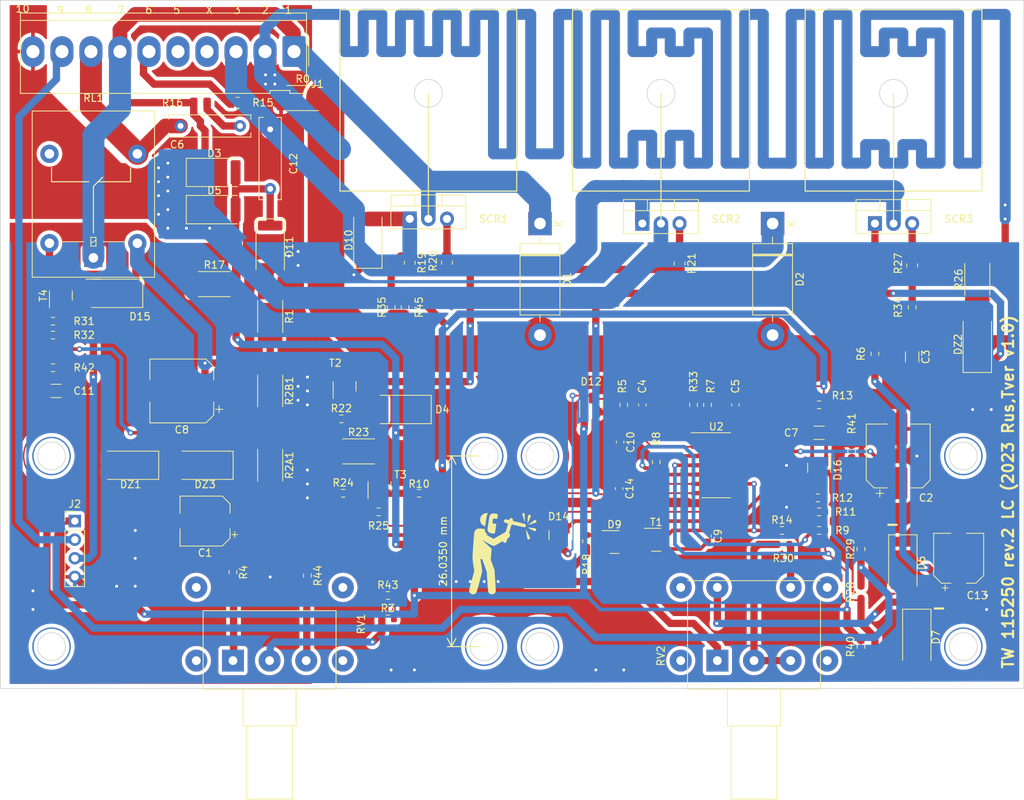
<source format=kicad_pcb>
(kicad_pcb (version 20221018) (generator pcbnew)
  (layers (0 "F.Cu" signal) (31 "B.Cu" signal) (34 "B.Paste" user) (35 "F.Paste" user) (36 "B.SilkS" user "B.Silkscreen") (37 "F.SilkS" user "F.Silkscreen") (38 "B.Mask" user) (39 "F.Mask" user) (44 "Edge.Cuts" user))
  (net 0 "")
  (net 1 "GND1")
  (net 2 "Net-(D10-A)")
  (net 3 "Net-(C11-Pad1)")
  (net 4 "Net-(J1-Pin_3)")
  (net 5 "Net-(D1-K)")
  (net 6 "Net-(D1-A)")
  (net 7 "Net-(C3-Pad1)")
  (net 8 "Net-(D12-A)")
  (net 9 "Net-(D11-A)")
  (net 10 "Net-(D15-A)")
  (net 11 "Net-(DZ1-K)")
  (net 14 "Net-(J1-Pin_9)")
  (net 15 "Net-(R2A1-Pad1)")
  (net 16 "Net-(R19-Pad1)")
  (net 17 "Net-(U2A--)")
  (net 18 "Net-(U2D--)")
  (net 19 "Net-(C7-Pad2)")
  (net 20 "Net-(T1-C)")
  (net 21 "Net-(U2B--)")
  (net 22 "Net-(D6-A)")
  (net 23 "Net-(D6-K)")
  (net 24 "Net-(D2-K)")
  (net 25 "Net-(D7-A)")
  (net 26 "Net-(T1-E)")
  (net 27 "Net-(U2C-+)")
  (net 28 "Net-(D14-K-Pad2)")
  (net 29 "Net-(D16-A)")
  (net 30 "Net-(DZ2-K)")
  (net 31 "Net-(DZ2-A)")
  (net 32 "Net-(R3-Pad1)")
  (net 33 "Net-(R3-Pad2)")
  (net 34 "Net-(R4-Pad2)")
  (net 35 "Net-(U2A-+)")
  (net 36 "Net-(U2B-+)")
  (net 37 "Net-(SCR1-G)")
  (net 38 "Net-(SCR2-G)")
  (net 39 "Net-(R24-Pad1)")
  (net 40 "Net-(T3-C)")
  (net 41 "Net-(SCR3-G)")
  (net 42 "Net-(R30-Pad1)")
  (net 43 "Net-(R44-Pad2)")
  (net 44 "Net-(R35-Pad2)")
  (net 45 "Net-(J1-Pin_6)")
  (net 46 "Net-(C6-Pad2)")
  (net 47 "Net-(D15-K)")
  (net 48 "Net-(D11-K)")
  (net 49 "Net-(J1-Pin_8)")
  (net 50 "Net-(J2-Pin_1)")
  (net 51 "Net-(T3-E)")
  (net 52 "Net-(D9-A)")
  (net 53 "Net-(D4-A)")
  (net 54 "Net-(T2-E)")
  (net 55 "Net-(T2-C)")
  (net 56 "Net-(R30-Pad2)")
  (net 57 "Net-(T4-C)")
  (footprint "Connector_PinHeader_2.54mm:PinHeader_1x04_P2.54mm_Vertical" (layer "F.Cu") (at 60.96 96.52)
    (fp_text reference "J2")
    (fp_text value "Conn_01x04_Pin" hide)
  )
  (footprint "Connector_Molex:Molex_KK-396_5273-10A_1x10_P3.96mm_Vertical" (layer "F.Cu") (at 90.885 32.395 180)
    (fp_text reference "J1")
    (fp_text value "Conn_01x10_Pin" hide)
  )
  (footprint "Package_SO:SO-14_3.9x8.65mm_P1.27mm" (layer "F.Cu") (at 148.525 88.9)
    (fp_text reference "U2")
    (fp_text value "LM2902")
  )
  (footprint "Resistor_SMD:R_0603_1608Metric" (layer "F.Cu") (at 102.425 95.26 180)
    (fp_text reference "R25")
    (fp_text value "332" hide)
  )
  (footprint "Capacitor_SMD:CP_Elec_8x10.5" (layer "F.Cu") (at 75.565 78.75 180)
    (fp_text reference "C8")
    (fp_text value "100uF,50V" hide)
  )
  (footprint "Resistor_SMD:R_2512_6332Metric" (layer "F.Cu") (at 99.695 87.005)
    (fp_text reference "R23")
    (fp_text value "472" hide)
  )
  (footprint "Diode_SMD:D_2512_6332Metric" (layer "F.Cu") (at 175.895 112.395 -90)
    (fp_text reference "D7")
    (fp_text value "D" hide)
  )
  (footprint "Package_TO_SOT_THT:TO-220-3_Vertical" (layer "F.Cu") (at 138.43 55.88)
    (fp_text reference "SCR2")
    (fp_text value "TIN416" hide)
  )
  (footprint "Resistor_SMD:R_0805_2012Metric" (layer "F.Cu") (at 175.26 61.605 -90)
    (fp_text reference "R27")
    (fp_text value "221" hide)
  )
  (footprint "Resistor_SMD:R_0603_1608Metric" (layer "F.Cu") (at 57.975 69.225)
    (fp_text reference "R31")
    (fp_text value "823" hide)
  )
  (footprint "Resistor_SMD:R_0603_1608Metric" (layer "F.Cu") (at 106.045 67.32 -90)
    (fp_text reference "R45")
    (fp_text value "0" hide)
  )
  (footprint "Resistor_SMD:R_2512_6332Metric" (layer "F.Cu") (at 87.63 88.9 -90)
    (fp_text reference "R2A1")
    (fp_text value "3900")
  )
  (footprint "Resistor_SMD:R_0603_1608Metric" (layer "F.Cu") (at 175.26 67.32 -90)
    (fp_text reference "R34")
    (fp_text value "222" hide)
  )
  (footprint "Package_TO_SOT_SMD:SOT-23" (layer "F.Cu") (at 59.055 65.7175 90)
    (fp_text reference "T4")
    (fp_text value "1HW" hide)
  )
  (footprint "Resistor_SMD:R_0603_1608Metric" (layer "F.Cu") (at 57.975 75.575)
    (fp_text reference "R42")
    (fp_text value "104" hide)
  )
  (footprint "Package_TO_SOT_SMD:SOT-23" (layer "F.Cu") (at 140.335 99.07)
    (fp_text reference "T1")
    (fp_text value "3BW")
  )
  (footprint "Resistor_SMD:R_0805_2012Metric" (layer "F.Cu") (at 106.68 61.2375 -90)
    (fp_text reference "R19")
    (fp_text value "221" hide)
  )
  (footprint "Resistor_SMD:R_0603_1608Metric" (layer "F.Cu") (at 147.32 80.655 -90)
    (fp_text reference "R7")
    (fp_text value "152" hide)
  )
  (footprint "Potentiometer_THT:Potentiometer_Alps_RK163_Single_Horizontal" (layer "F.Cu") (at 82.55 115.58 90)
    (fp_text reference "RV1")
    (fp_text value "R_Potentiometer" hide)
  )
  (footprint "Resistor_SMD:R_0603_1608Metric" (layer "F.Cu") (at 104.14 67.32 -90)
    (fp_text reference "R35")
    (fp_text value "7502" hide)
  )
  (footprint "Capacitor_SMD:CP_Elec_6.3x5.4" (layer "F.Cu") (at 78.74 96.52 180)
    (fp_text reference "C1")
    (fp_text value "47uF,35V" hide)
  )
  (footprint "Capacitor_THT:C_Rect_L11.0mm_W2.8mm_P10.00mm_MKT" (layer "F.Cu") (at 87.63 42 -90)
    (fp_text reference "C12")
    (fp_text value "0.1uF" hide)
  )
  (footprint "Resistor_SMD:R_0603_1608Metric" (layer "F.Cu") (at 135.89 80.655 -90)
    (fp_text reference "R5")
    (fp_text value "1803" hide)
  )
  (footprint "Capacitor_SMD:C_0603_1608Metric" (layer "F.Cu") (at 151.13 80.655 -90)
    (fp_text reference "C5")
    (fp_text value "50nF" hide)
  )
  (footprint "Diode_THT:D_DO-201AD_P15.24mm_Horizontal" (layer "F.Cu") (at 156.21 55.88 -90)
    (fp_text reference "D2")
    (fp_text value "P600M")
  )
  (footprint "Capacitor_SMD:C_0603_1608Metric" (layer "F.Cu") (at 135.395 85.735 -90)
    (fp_text reference "C10")
    (fp_text value "0.1uF" hide)
  )
  (footprint "Resistor_SMD:R_0805_2012Metric" (layer "F.Cu") (at 78.105 39.38)
    (fp_text reference "R16")
    (fp_text value "022" hide)
  )
  (footprint "Resistor_SMD:R_0805_2012Metric" (layer "F.Cu") (at 143.51 61.3275 -90)
    (fp_text reference "R21")
    (fp_text value "221" hide)
  )
  (footprint "Resistor_SMD:R_0603_1608Metric" (layer "F.Cu") (at 145.415 80.655 -90)
    (fp_text reference "R33")
    (fp_text value "475" hide)
  )
  (footprint "Resistor_SMD:R_2512_6332Metric" (layer "F.Cu") (at 92.075 38.745)
    (fp_text reference "R0")
    (fp_text value "0")
  )
  (footprint "Resistor_SMD:R_0603_1608Metric" (layer "F.Cu") (at 168.275 113.675 90)
    (fp_text reference "R40")
    (fp_text value "2403" hide)
  )
  (footprint "Diode_SMD:D_2512_6332Metric" (layer "F.Cu") (at 80.01 48.905)
    (fp_text reference "D3")
    (fp_text value "D")
  )
  (footprint "Resistor_SMD:R_2512_6332Metric" (layer "F.Cu") (at 87.63 68.58 -90)
    (fp_text reference "R1")
    (fp_text value "101")
  )
  (footprint "Resistor_SMD:R_0603_1608Metric" (layer "F.Cu") (at 107.95 92.72 180)
    (fp_text reference "R10")
    (fp_text value "103" hide)
  )
  (footprint "Resistor_SMD:R_0603_1608Metric" (layer "F.Cu") (at 92.71 103.96 -90)
    (fp_text reference "R44")
    (fp_text value "0")
  )
  (footprint "Diode_SMD:D_2512_6332Metric" (layer "F.Cu") (at 105.77 81.28 180)
    (fp_text reference "D4")
    (fp_text value "D" hide)
  )
  (footprint "Capacitor_THT:C_Rect_L11.0mm_W2.8mm_P10.00mm_MKT" (layer "F.Cu") (at 74.375 42.555)
    (fp_text reference "C6")
    (fp_text value "0.1uF" hide)
  )
  (footprint "Resistor_SMD:R_0603_1608Metric" (layer "F.Cu") (at 162.56 97.8)
    (fp_text reference "R9")
    (fp_text value "155" hide)
  )
  (footprint "Diode_THT:D_DO-201AD_P15.24mm_Horizontal" (layer "F.Cu") (at 124.46 55.88 -90)
    (fp_text reference "D1")
    (fp_text value "P600M")
  )
  (footprint "Resistor_SMD:R_0805_2012Metric" (layer "F.Cu") (at 111.76 61.2375 -90)
    (fp_text reference "R20")
    (fp_text value "221" hide)
  )
  (footprint "Package_TO_SOT_SMD:SOT-23" (layer "F.Cu") (at 131.445 80.655 90)
    (fp_text reference "D12")
    (fp_text value "A7W" hide)
  )
  (footprint "Capacitor_SMD:CP_Elec_8x10.5" (layer "F.Cu") (at 173.355 87.63 90)
    (fp_text reference "C2")
    (fp_text value "33uF,50V" hide)
  )
  (footprint "Package_TO_SOT_SMD:SOT-23" (layer "F.Cu") (at 102.55 91.7825 90)
    (fp_text reference "T3")
    (fp_text value "1HW" hide)
  )
  (footprint "Diode_SMD:D_2512_6332Metric" (layer "F.Cu") (at 80.01 53.985)
    (fp_text reference "D5")
    (fp_text value "D")
  )
  (footprint "Potentiometer_THT:Potentiometer_Alps_RK163_Dual_Horizontal" (layer "F.Cu") (at 148.67 115.58 90)
    (fp_text reference "RV2")
    (fp_text value "R_Potentiometer" hide)
  )
  (footprint "Resistor_SMD:R_2512_6332Metric" (layer "F.Cu") (at 87.63 78.74 -90)
    (fp_text reference "R2B1")
    (fp_text value "3900")
  )
  (footprint "Resistor_SMD:R_0603_1608Metric" (layer "F.Cu") (at 168.275 106.245 90)
    (fp_text reference "R28")
    (fp_text value "152" hide)
  )
  (footprint "Capacitor_SMD:C_1206_3216Metric" (layer "F.Cu") (at 162.56 84.465 180)
    (fp_text reference "C7")
    (fp_text value "1.1uF" hide)
  )
  (footprint "Package_TO_SOT_SMD:SOT-23" (layer "F.Cu") (at 134.62 99.385)
    (fp_text reference "D9")
    (fp_text value "A7W" hide)
  )
  (footprint "Capacitor_SMD:C_1206_3216Metric" (layer "F.Cu") (at 58.42 78.74)
    (fp_text reference "C11")
    (fp_text value "1uF" hide)
  )
  (footprint "Resistor_SMD:R_0603_1608Metric" (layer "F.Cu") (at 170.18 73.67 -90)
    (fp_text reference "R6")
    (fp_text value "105" hide)
  )
  (footprint "Resistor_SMD:R_0603_1608Metric" (layer "F.Cu") (at 162.56 80.645)
    (fp_text reference "R13")
    (fp_text value "564" hide)
  )
  (footprint "Capacitor_SMD:C_0603_1608Metric" (layer "F.Cu") (at 135.255 92.085 -90)
    (fp_text reference "C14")
    (fp_text value "10n" hide)
  )
  (footprint "Package_TO_SOT_THT:TO-220-3_Vertical" (layer "F.Cu") (at 170.18 55.88)
    (fp_text reference "SCR3")
    (fp_text value "TIN416" hide)
  )
  (footprint "Resistor_SMD:R_0603_1608Metric" (layer "F.Cu") (at 97.6 92.72)
    (fp_text reference "R24")
    (fp_text value "333" hide)
  )
  (footprint "Resistor_SMD:R_0603_1608Metric" (layer "F.Cu") (at 57.975 71.12)
    (fp_text reference "R32")
    (fp_text value "123" hide)
  )
  (footprint "Resistor_SMD:R_0603_1608Metric" (layer "F.Cu") (at 167.005 87.005 -90)
    (fp_text reference "R41")
    (fp_text value "153")
  )
  (footprint "Package_TO_SOT_SMD:SOT-23" (layer "F.Cu") (at 162.56 89.2425 -90)
    (fp_text reference "D16")
    (fp_text value "A7W" hide)
  )
  (footprint "Relay_THT:Relay_SPDT_Omron-G5LE-1" (layer "F.Cu") (at 63.5 60.565 180)
    (fp_text reference "RL1")
    (fp_text value "HF3FF")
  )
  (footprint "Package_TO_SOT_SMD:SOT-23" (layer "F.Cu") (at 97.79 78.115 90)
    (fp_text reference "T2")
    (fp_text value "A92" hide)
  )
  (footprint "Diode_SMD:D_2512_6332Metric" (layer "F.Cu") (at 78.74 88.9 180)
    (fp_text reference "DZ3")
    (fp_text value "BZV55C6V2" hide)
  )
  (footprint "Diode_SMD:D_2512_6332Metric" (layer "F.Cu") (at 66.4 65.415 180)
    (fp_text reference "D15")
    (fp_text value "D")
  )
  (footprint "Resistor_SMD:R_0603_1608Metric" (layer "F.Cu") (at 103.695 106.69)
    (fp_text reference "R43")
    (fp_text value "223" hide)
  )
  (footprint "Resistor_SMD:R_0603_1608Metric" (layer "F.Cu") (at 82.55 103.515 -90)
    (fp_text reference "R4")
    (fp_text value "0" hide)
  )
  (footprint "Resistor_SMD:R_0603_1608Metric" (layer "F.Cu") (at 130.81 99.26 -90)
    (fp_text reference "R18")
    (fp_text value "682" hide)
  )
  (footprint "Diode_SMD:D_2512_6332Metric" (layer "F.Cu") (at 87.63 59.065 -90)
    (fp_text reference "D11")
    (fp_text value "D")
  )
  (footprint "Resistor_SMD:R_0603_1608Metric" (layer "F.Cu") (at 140.335 88.465 -90)
    (fp_text reference "R8")
    (fp_text value "474" hide)
  )
  (footprint "Capacitor_SMD:CP_Elec_6.3x5.4" (layer "F.Cu") (at 181.61 101.6 90)
    (fp_text reference "C13")
    (fp_text value "47uF,35V" hide)
  )
  (footprint "Capacitor_SMD:C_0603_1608Metric" (layer "F.Cu") (at 147.32 98.575 -90)
    (fp_text reference "C9")
    (fp_text value "0.1uF" hide)
  )
  (footprint "welder" (layer "F.Cu") (at 119.38 100.975)
    (fp_text reference "G***" hide)
    (fp_text value "LOGO" hide)
  )
  (footprint "Diode_SMD:D_2512_6332Metric" (layer "F.Cu") (at 173.99 102.235 -90)
    (fp_text reference "D6")
    (fp_text value "D" hide)
  )
  (footprint "Resistor_SMD:R_2512_6332Metric" (layer "F.Cu") (at 184.15 63.5 -90)
    (fp_text reference "R26")
    (fp_text value "101" hide)
  )
  (footprint "Resistor_SMD:R_0603_1608Metric" (layer "F.Cu") (at 162.56 95.26)
    (fp_text reference "R11")
    (fp_text value "1803" hide)
  )
  (footprint "Package_TO_SOT_THT:TO-220-3_Vertical" (layer "F.Cu") (at 106.68 55.245)
    (fp_text reference "SCR1")
    (fp_text value "TIN416" hide)
  )
  (footprint "Resistor_SMD:R_0603_1608Metric" (layer "F.Cu") (at 157.48 97.8)
    (fp_text reference "R14")
    (fp_text value "823" hide)
  )
  (footprint "Resistor_SMD:R_0603_1608Metric" (layer "F.Cu") (at 168.275 100.34 90)
    (fp_text reference "R29")
    (fp_text value "220" hide)
  )
  (footprint "Diode_SMD:D_2512_6332Metric" (layer "F.Cu") (at 184.15 72.39 90)
    (fp_text reference "DZ2")
    (fp_text value "BZV55C6V2" hide)
  )
  (footprint "Resistor_SMD:R_0805_2012Metric" (layer "F.Cu") (at 83.185 39.38)
    (fp_text reference "R15")
    (fp_text value "220" hide)
  )
  (footprint "Resistor_SMD:R_0603_1608Metric" (layer "F.Cu") (at 103.695 109.865)
    (fp_text reference "R3")
    (fp_text value "123")
  )
  (footprint "Capacitor_SMD:C_0603_1608Metric" (layer "F.Cu") (at 138.43 80.655 -90)
    (fp_text reference "C4")
    (fp_text value "4.7nF" hide)
  )
  (footprint "Resistor_SMD:R_0603_1608Metric" (layer "F.Cu") (at 157.67 99.705 180)
    (fp_text reference "R30")
    (fp_text value "822" hide)
  )
  (footprint "Resistor_SMD:R_0603_1608Metric" (layer "F.Cu") (at 162.37 93.355)
    (fp_text reference "R12")
    (fp_text value "123" hide)
  )
  (footprint "Capacitor_SMD:C_1206_3216Metric" (layer "F.Cu") (at 175.26 74.1 -90)
    (fp_text reference "C3")
    (fp_text value "2.5uF" hide)
  )
  (footprint "Resistor_SMD:R_2512_6332Metric" (layer "F.Cu") (at 80.01 64.155)
    (fp_text reference "R17")
    (fp_text value "472")
  )
  (footprint "Package_TO_SOT_SMD:SOT-23" (layer "F.Cu") (at 127.254 98.435 -90)
    (fp_text reference "D14")
    (fp_text value "A7W" hide)
  )
  (footprint "Diode_SMD:D_2512_6332Metric" (layer "F.Cu") (at 68.58 88.9 180)
    (fp_text reference "DZ1")
    (fp_text value "BZV55C6V2" hide)
  )
  (footprint "Resistor_SMD:R_0603_1608Metric" (layer "F.Cu") (at 97.345 82.56)
    (fp_text reference "R22")
    (fp_text value "682" hide)
  )
  (footprint "Diode_SMD:D_2512_6332Metric" (layer "F.Cu") (at 100.965 58.155 90)
    (fp_text reference "D10")
    (fp_text value "D")
  )
  (gr_circle (center 182.245 87.63) (end 182.245 83.82) (stroke (width 0.2)) (fill none) (layer "F.Cu"))
  (gr_circle (center 182.245 113.665) (end 183.515 110.49) (stroke (width 0.2)) (fill none) (layer "F.Cu"))
  (gr_circle (center 57.785 113.665) (end 61.595 113.665) (stroke (width 0.2)) (fill none) (layer "F.Cu"))
  (gr_circle (center 116.84 87.63) (end 116.84 83.82) (stroke (width 0.2)) (fill none) (layer "F.Cu"))
  (gr_circle (center 116.84 113.675) (end 116.84 117.475) (stroke (width 0.2)) (fill none) (layer "F.Cu"))
  (gr_circle (center 124.46 87.63) (end 125.095 83.82) (stroke (width 0.2)) (fill none) (layer "F.Cu"))
  (gr_circle (center 57.785 87.64) (end 53.975 87.64) (stroke (width 0.2)) (fill none) (layer "F.Cu"))
  (gr_circle (center 124.46 113.665) (end 124.46 117.475) (stroke (width 0.2)) (fill none) (layer "F.Cu"))
  (gr_circle (center 182.245 87.64) (end 184.785 87.64) (stroke (width 0.2)) (fill none) (layer "B.Cu"))
  (gr_circle (center 116.84 113.675) (end 119.38 113.675) (stroke (width 0.2)) (fill none) (layer "B.Cu"))
  (gr_circle (center 124.46 113.675) (end 127 113.675) (stroke (width 0.2)) (fill none) (layer "B.Cu"))
  (gr_circle (center 124.46 87.64) (end 121.92 87.64) (stroke (width 0.2)) (fill none) (layer "B.Cu"))
  (gr_circle (center 182.245 113.675) (end 184.785 113.675) (stroke (width 0.2)) (fill none) (layer "B.Cu"))
  (gr_circle (center 57.785 87.64) (end 60.325 87.64) (stroke (width 0.2)) (fill none) (layer "B.Cu"))
  (gr_circle (center 57.785 113.675) (end 60.325 113.675) (stroke (width 0.2)) (fill none) (layer "B.Cu"))
  (gr_circle (center 116.84 87.64) (end 119.38 87.64) (stroke (width 0.2)) (fill none) (layer "B.Cu"))
  (gr_line (start 64.135 50.175) (end 68.58 50.175) (stroke (width 0.15)) (layer "F.SilkS"))
  (gr_line (start 97.155 51.445) (end 121.285 51.445) (stroke (width 0.15)) (layer "F.SilkS"))
  (gr_line (start 153.035 51.445) (end 128.905 51.445) (stroke (width 0.15)) (layer "F.SilkS"))
  (gr_line (start 109.22 55.255) (end 109.22 38.11) (stroke (width 0.15)) (layer "F.SilkS"))
  (gr_line (start 97.155 26.68) (end 121.285 26.68) (stroke (width 0.15)) (layer "F.SilkS"))
  (gr_line (start 97.155 26.68) (end 97.155 51.445) (stroke (width 0.15)) (layer "F.SilkS"))
  (gr_line (start 140.97 55.89) (end 140.97 38.11) (stroke (width 0.15)) (layer "F.SilkS"))
  (gr_line (start 184.785 51.445) (end 160.655 51.445) (stroke (width 0.15)) (layer "F.SilkS"))
  (gr_line (start 128.905 26.68) (end 153.035 26.68) (stroke (width 0.15)) (layer "F.SilkS"))
  (gr_line (start 121.285 26.68) (end 121.285 51.445) (stroke (width 0.15)) (layer "F.SilkS"))
  (gr_line (start 172.72 55.89) (end 172.72 38.11) (stroke (width 0.15)) (layer "F.SilkS"))
  (gr_line (start 63.5 57.16) (end 63.5 50.81) (stroke (width 0.15)) (layer "F.SilkS"))
  (gr_line (start 184.785 26.68) (end 184.785 51.445) (stroke (width 0.15)) (layer "F.SilkS"))
  (gr_line (start 160.655 26.68) (end 184.785 26.68) (stroke (width 0.15)) (layer "F.SilkS"))
  (gr_line (start 62.865 50.175) (end 57.785 50.175) (stroke (width 0.15)) (layer "F.SilkS"))
  (gr_line (start 68.58 50.175) (end 68.58 48.27) (stroke (width 0.15)) (layer "F.SilkS"))
  (gr_line (start 160.655 26.68) (end 160.655 51.445) (stroke (width 0.15)) (layer "F.SilkS"))
  (gr_line (start 153.035 26.68) (end 153.035 51.445) (stroke (width 0.15)) (layer "F.SilkS"))
  (gr_line (start 128.905 51.445) (end 128.905 26.68) (stroke (width 0.15)) (layer "F.SilkS"))
  (gr_line (start 63.5 50.81) (end 64.77 49.54) (stroke (width 0.15)) (layer "F.SilkS"))
  (gr_line (start 57.785 50.175) (end 57.785 48.27) (stroke (width 0.15)) (layer "F.SilkS"))
  (gr_line (start 190.5 119.38) (end 190.5 25.4) (stroke (width 0.1)) (layer "Edge.Cuts"))
  (gr_circle (center 124.46 87.63) (end 126.365 87.63) (stroke (width 0.1)) (fill none) (layer "Edge.Cuts"))
  (gr_circle (center 182.245 113.665) (end 184.15 113.665) (stroke (width 0.1)) (fill none) (layer "Edge.Cuts"))
  (gr_circle (center 172.72 38.1) (end 174.625 38.1) (stroke (width 0.1)) (fill none) (layer "Edge.Cuts"))
  (gr_line (start 50.8 119.38) (end 190.5 119.38) (stroke (width 0.1)) (layer "Edge.Cuts"))
  (gr_circle (center 57.785 87.63) (end 59.69 87.63) (stroke (width 0.1)) (fill none) (layer "Edge.Cuts"))
  (gr_circle (center 124.46 113.665) (end 126.365 113.665) (stroke (width 0.1)) (fill none) (layer "Edge.Cuts"))
  (gr_circle (center 116.84 113.665) (end 118.745 113.665) (stroke (width 0.1)) (fill none) (layer "Edge.Cuts"))
  (gr_circle (center 116.84 87.63) (end 118.745 87.63) (stroke (width 0.1)) (fill none) (layer "Edge.Cuts"))
  (gr_line (start 50.8 25.4) (end 50.8 119.38) (stroke (width 0.1)) (layer "Edge.Cuts"))
  (gr_circle (center 182.245 87.63) (end 184.15 87.63) (stroke (width 0.1)) (fill none) (layer "Edge.Cuts"))
  (gr_circle (center 140.97 38.1) (end 142.875 38.1) (stroke (width 0.1)) (fill none) (layer "Edge.Cuts"))
  (gr_line (start 190.5 25.4) (end 50.8 25.4) (stroke (width 0.1)) (layer "Edge.Cuts"))
  (gr_circle (center 57.785 113.665) (end 59.69 113.665) (stroke (width 0.1)) (fill none) (layer "Edge.Cuts"))
  (gr_circle (center 109.22 38.1) (end 111.125 38.1) (stroke (width 0.1)) (fill none) (layer "Edge.Cuts"))
  (gr_text "9" (at 58.42 27.315) (layer "F.SilkS") (effects (font (size 1 1)) (justify left bottom)))
  (gr_text "X" (at 78.74 27.315) (layer "F.SilkS") (effects (font (size 1 1)) (justify left bottom)))
  (gr_text "1" (at 89.535 27.315) (layer "F.SilkS") (effects (font (size 1 1)) (justify left bottom)))
  (gr_text "6" (at 70.485 27.315) (layer "F.SilkS") (effects (font (size 1 1)) (justify left bottom)))
  (gr_text "TW 115250 rev.2 LC (2023 Rus,Tver v1.0)" (at 189.23 116.84 90) (layer "F.SilkS") (effects (font (size 1.5 1.5) (thickness 0.3) bold) (justify left bottom)))
  (gr_text "8" (at 62.23 27.315) (layer "F.SilkS") (effects (font (size 1 1)) (justify left bottom)))
  (gr_text "-" (at 171.45 97.8) (layer "F.SilkS") (effects (font (size 1.5 1.5) (thickness 0.3) bold) (justify left bottom)))
  (gr_text "10" (at 52.785 27.135) (layer "F.SilkS") (effects (font (size 1 1)) (justify left bottom)))
  (gr_text "3" (at 82.55 27.315) (layer "F.SilkS") (effects (font (size 1 1)) (justify left bottom)))
  (gr_text "-" (at 177.8 109.23) (layer "F.SilkS") (effects (font (size 1.5 1.5) (thickness 0.3) bold) (justify left bottom)))
  (gr_text "7" (at 66.675 27.315) (layer "F.SilkS") (effects (font (size 1 1)) (justify left bottom)))
  (gr_text "5" (at 74.295 27.315) (layer "F.SilkS") (effects (font (size 1 1)) (justify left bottom)))
  (gr_text "2" (at 86.36 27.315) (layer "F.SilkS") (effects (font (size 1 1)) (justify left bottom)))
  (dimension (type aligned) (layer "F.SilkS") (pts (xy 116.84 113.665) (xy 116.84 87.63)) (height -4.445) (gr_text "26,0350 mm" (at 111.245 100.6475 90) (layer "F.SilkS") (effects (font (size 1 1) (thickness 0.15)))) (format (prefix "") (suffix "") (units 3) (units_format 1) (precision 4)) (style (thickness 0.15) (arrow_length 1.27) (text_position_mode 0) (extension_height 0.58642) (extension_offset 0.5) keep_text_aligned))
  (segment (start 86.995 35.57) (end 86.995 36.6275) (width 3) (layer "F.Cu") (net 1))
  (segment (start 66.675 105.42) (end 62.24 105.42) (width 1) (layer "F.Cu") (net 1))
  (segment (start 151.08 79.83) (end 151.13 79.88) (width 0.5) (layer "F.Cu") (net 1))
  (segment (start 100.965 61.055) (end 100.88 61.055) (width 1) (layer "F.Cu") (net 1))
  (segment (start 175.26 62.5175) (end 175.26 66.495) (width 1) (layer "F.Cu") (net 1))
  (segment (start 66.675 105.42) (end 69.215 105.42) (width 1) (layer "F.Cu") (net 1))
  (segment (start 187.96 53.35) (end 187.96 55.255) (width 1) (layer "F.Cu") (net 1))
  (segment (start 158.105 88.9) (end 158.115 88.91) (width 0.5) (layer "F.Cu") (net 1))
  (segment (start 170.18 60.97) (end 170.18 55.88) (width 1) (layer "F.Cu") (net 1))
  (segment (start 100.88 61.055) (end 99.06 62.875) (width 1) (layer "F.Cu") (net 1))
  (segment (start 86.995 36.6275) (end 89.1125 38.745) (width 3) (layer "F.Cu") (net 1))
  (segment (start 175.26 62.5175) (end 171.7275 62.5175) (width 1) (layer "F.Cu") (net 1))
  (segment (start 186.69 63.51) (end 177.165 63.51) (width 1) (layer "F.Cu") (net 1))
  (segment (start 86.925 33.59362) (end 86.995 33.66362) (width 3) (layer "F.Cu") (net 1))
  (segment (start 169.255 83.93) (end 173.355 83.93) (width 1) (layer "F.Cu") (net 1))
  (segment (start 69.215 101.61) (end 69.215 97.8) (width 1) (layer "F.Cu") (net 1))
  (segment (start 158.115 96.975) (end 158.115 94.625) (width 0.25) (layer "F.Cu") (net 1))
  (segment (start 171.7275 62.5175) (end 170.18 60.97) (width 1) (layer "F.Cu") (net 1))
  (segment (start 187.96 62.24) (end 186.69 63.51) (width 1) (layer "F.Cu") (net 1))
  (segment (start 69.215 105.42) (end 69.215 101.61) (width 1) (layer "F.Cu") (net 1))
  (segment (start 158.305 97.165) (end 158.115 96.975) (width 0.25) (layer "F.Cu") (net 1))
  (segment (start 151.065 88.9) (end 158.105 88.9) (width 0.5) (layer "F.Cu") (net 1))
  (segment (start 187.96 55.255) (end 187.96 62.24) (width 1) (layer "F.Cu") (net 1))
  (segment (start 177.165 63.51) (end 176.1725 62.5175) (width 1) (layer "F.Cu") (net 1))
  (segment (start 86.995 33.66362) (end 86.995 35.57) (width 3) (layer "F.Cu") (net 1))
  (segment (start 62.24 105.42) (end 60.96 104.14) (width 1) (layer "F.Cu") (net 1))
  (segment (start 147.32 79.83) (end 151.08 79.83) (width 0.5) (layer "F.Cu") (net 1))
  (segment (start 176.1725 62.5175) (end 175.26 62.5175) (width 1) (layer "F.Cu") (net 1))
  (segment (start 167.005 86.18) (end 169.255 83.93) (width 1) (layer "F.Cu") (net 1))
  (segment (start 86.925 32.395) (end 86.925 33.59362) (width 3) (layer "F.Cu") (net 1))
  (via (at 185.42 108.595) (size 0.8) (drill 0.4) (layers "F.Cu" "B.Cu") (net 1))
  (via (at 114.935 104.785) (size 0.8) (drill 0.4) (layers "F.Cu" "B.Cu") (net 1))
  (via (at 69.215 97.8) (size 0.8) (drill 0.4) (layers "F.Cu" "B.Cu") (net 1))
  (via (at 116.84 104.785) (size 0.8) (drill 0.4) (layers "F.Cu" "B.Cu") (net 1))
  (via (at 132.08 116.85) (size 0.8) (drill 0.4) (layers "F.Cu" "B.Cu") (net 1))
  (via (at 92.71 93.355) (size 0.8) (drill 0.4) (layers "F.Cu" "B.Cu") (net 1))
  (via (at 175.895 87.64) (size 0.8) (drill 0.4) (layers "F.Cu" "B.Cu") (net 1))
  (via (at 185.42 106.69) (size 0.8) (drill 0.4) (layers "F.Cu" "B.Cu") (net 1))
  (via (at 91.44 80.02) (size 0.8) (drill 0.4) (layers "F.Cu" "B.Cu") (net 1))
  (via (at 186.055 81.29) (size 0.8) (drill 0.4) (layers "F.Cu" "B.Cu") (net 1))
  (via (at 92.71 78.75) (size 0.8) (drill 0.4) (layers "F.Cu" "B.Cu") (net 1))
  (via (at 88.265 36.84) (size 0.8) (drill 0.4) (layers "F.Cu" "B.Cu") (net 1))
  (via (at 107.315 116.85) (size 0.8) (drill 0.4) (layers "F.Cu" "B.Cu") (net 1))
  (via (at 187.96 53.35) (size 0.8) (drill 0.4) (layers "F.Cu" "B.Cu") (net 1))
  (via (at 113.03 104.785) (size 0.8) (drill 0.4) (layers "F.Cu" "B.Cu") (net 1))
  (via (at 69.215 105.42) (size 0.8) (drill 0.4) (layers "F.Cu" "B.Cu") (net 1))
  (via (at 118.745 104.785) (size 0.8) (drill 0.4) (layers "F.Cu" "B.Cu") (net 1))
  (via (at 55.245 106.055) (size 0.8) (drill 0.4) (layers "F.Cu" "B.Cu") (net 1))
  (via (at 88.265 35.57) (size 0.8) (drill 0.4) (layers "F.Cu" "B.Cu") (net 1))
  (via (at 111.125 104.785) (size 0.8) (drill 0.4) (layers "F.Cu" "B.Cu") (net 1))
  (via (at 187.96 55.255) (size 0.8) (drill 0.4) (layers "F.Cu" "B.Cu") (net 1))
  (via (at 92.71 80.655) (size 0.8) (drill 0.4) (layers "F.Cu" "B.Cu") (net 1))
  (via (at 87.63 104.15) (size 0.8) (drill 0.4) (layers "F.Cu" "B.Cu") (net 1))
  (via (at 86.995 36.84) (size 0.8) (drill 0.4) (layers "F.Cu" "B.Cu") (net 1))
  (via (at 91.44 61.605) (size 0.8) (drill 0.4) (layers "F.Cu" "B.Cu") (net 1))
  (via (at 90.17 60.335) (size 0.8) (drill 0.4) (layers "F.Cu" "B.Cu") (net 1))
  (via (at 104.14 116.85) (size 0.8) (drill 0.4) (layers "F.Cu" "B.Cu") (net 1))
  (via (at 92.71 91.45) (size 0.8) (drill 0.4) (layers "F.Cu" "B.Cu") (net 1))
  (via (at 92.71 89.545) (size 0.8) (drill 0.4) (layers "F.Cu" "B.Cu") (net 1))
  (via (at 66.675 105.42) (size 0.8) (drill 0.4) (layers "F.Cu" "B.Cu") (net 1))
  (via (at 91.44 59.7) (size 0.8) (drill 0.4) (layers "F.Cu" "B.Cu") (net 1))
  (via (at 69.215 101.61) (size 0.8) (drill 0.4) (layers "F.Cu" "B.Cu") (net 1))
  (via (at 55.245 108.595) (size 0.8) (drill 0.4) (layers "F.Cu" "B.Cu") (net 1))
  (via (at 99.06 62.875) (size 0.8) (drill 0.4) (layers "F.Cu" "B.Cu") (net 1))
  (via (at 135.89 116.85) (size 0.8) (drill 0.4) (layers "F.Cu" "B.Cu") (net 1))
  (via (at 92.71 76.845) (size 0.8) (drill 0.4) (layers "F.Cu" "B.Cu") (net 1))
  (via (at 158.115 94.625) (size 0.8) (drill 0.4) (layers "F.Cu" "B.Cu") (net 1))
  (via (at 86.995 35.57) (size 0.8) (drill 0.4) (layers "F.Cu" "B.Cu") (net 1))
  (via (at 183.515 81.29) (size 0.8) (drill 0.4) (layers "F.Cu" "B.Cu") (net 1))
  (via (at 158.115 88.91) (size 0.8) (drill 0.4) (layers "F.Cu" "B.Cu") (net 1))
  (via (at 91.44 78.115) (size 0.8) (drill 0.4) (layers "F.Cu" "B.Cu") (net 1))
  (segment (start 152.4 27.315) (end 152.4 47.635) (width 1.5) (layer "B.Cu") (net 1))
  (segment (start 142.24 32.395) (end 144.78 32.395) (width 1.5) (layer "B.Cu") (net 1))
  (segment (start 120.65 27.315) (end 120.65 46.365) (width 1.5) (layer "B.Cu") (net 1))
  (segment (start 105.41 27.315) (end 105.41 32.395) (width 1.5) (layer "B.Cu") (net 1))
  (segment (start 179.07 29.855) (end 179.07 47.635) (width 1.5) (layer "B.Cu") (net 1))
  (segment (start 144.78 43.825) (end 142.24 43.825) (width 1.5) (layer "B.Cu") (net 1))
  (segment (start 97.79 32.395) (end 97.79 27.315) (width 1.5) (layer "B.Cu") (net 1))
  (segment (start 129.54 27.315) (end 127 27.315) (width 1.5) (layer "B.Cu") (net 1))
  (segment (start 158.75 47.635) (end 154.94 47.635) (width 1.5) (layer "B.Cu") (net 1))
  (segment (start 88.9 27.315) (end 86.925 29.29) (width 1.5) (layer "B.Cu") (net 1))
  (segment (start 154.94 47.635) (end 154.94 27.315) (width 1.5) (layer "B.Cu") (net 1))
  (segment (start 123.19 46.365) (end 123.19 27.315) (width 1.5) (layer "B.Cu") (net 1))
  (segment (start 176.53 45.095) (end 173.99 45.095) (width 1.5) (layer "B.Cu") (net 1))
  (segment (start 134.62 27.315) (end 132.08 27.315) (width 1.5) (layer "B.Cu") (net 1))
  (segment (start 168.91 45.095) (end 168.91 47.635) (width 1.5) (layer "B.Cu") (net 1))
  (segment (start 107.95 32.395) (end 107.95 27.315) (width 1.5) (layer "B.Cu") (net 1))
  (segment (start 99.06 62.875) (end 92.71 62.875) (width 1) (layer "B.Cu") (net 1))
  (segment (start 142.24 29.855) (end 142.24 32.395) (width 1.5) (layer "B.Cu") (net 1))
  (segment (start 173.99 29.855) (end 173.99 32.395) (width 1.5) (layer "B.Cu") (net 1))
  (segment (start 132.08 47.635) (end 129.54 47.635) (width 1.5) (layer "B.Cu") (net 1))
  (segment (start 184.15 27.315) (end 184.15 47.635) (width 1.5) (layer "B.Cu") (net 1))
  (segment (start 97.79 27.315) (end 88.9 27.315) (width 1.5) (layer "B.Cu") (net 1))
  (segment (start 102.87 32.395) (end 102.87 27.315) (width 1.5) (layer "B.Cu") (net 1))
  (segment (start 168.91 47.635) (end 166.37 47.635) (width 1.5) (layer "B.Cu") (net 1))
  (segment (start 127 46.365) (end 123.19 46.365) (width 1.5) (layer "B.Cu") (net 1))
  (segment (start 168.91 32.395) (end 171.45 32.395) (width 1.5) (layer "B.Cu") (net 1))
  (segment (start 137.16 32.395) (end 139.7 32.395) (width 1.5) (layer "B.Cu") (net 1))
  (segment (start 161.29 47.635) (end 161.29 27.315) (width 1.5) (layer "B.Cu") (net 1))
  (segment (start 171.45 29.855) (end 173.99 29.855) (width 1.5) (layer "B.Cu") (net 1))
  (segment (start 118.11 46.365) (end 118.11 27.315) (width 1.5) (layer "B.Cu") (net 1))
  (segment (start 173.99 45.095) (end 173.99 47.635) (width 1.5) (layer "B.Cu") (net 1))
  (segment (start 154.94 27.315) (end 152.4 27.315) (width 1.5) (layer "B.Cu") (net 1))
  (segment (start 137.16 27.315) (end 137.16 32.395) (width 1.5) (layer "B.Cu") (net 1))
  (segment (start 97.155 45.72) (end 97.145 45.72) (width 3) (layer "B.Cu") (net 1))
  (segment (start 181.61 27.315) (end 168.91 27.315) (width 1.5) (layer "B.Cu") (net 1))
  (segment (start 166.37 47.635) (end 166.37 27.315) (width 1.5) (layer "B.Cu") (net 1))
  (segment (start 118.11 27.315) (end 115.57 27.315) (width 1.5) (layer "B.Cu") (net 1))
  (segment (start 176.53 47.635) (end 176.53 45.095) (width 1.5) (layer "B.Cu") (net 1))
  (segment (start 147.32 47.635) (end 144.78 47.635) (width 1.5) (layer "B.Cu") (net 1))
  (segment (start 187.96 55.255) (end 187.96 27.315) (width 1.5) (layer "B.Cu") (net 1))
  (segment (start 142.24 43.825) (end 142.24 47.635) (width 1.5) (layer "B.Cu") (net 1))
  (segment (start 139.7 47.635) (end 139.7 43.825) (width 1.5) (layer "B.Cu") (net 1))
  (segment (start 187.96 27.315) (end 184.15 27.315) (width 1.5) (layer "B.Cu") (net 1))
  (segment (start 110.49 32.395) (end 107.95 32.395) (width 1.5) (layer "B.Cu") (net 1))
  (segment (start 139.7 29.855) (end 142.24 29.855) (width 1.5) (layer "B.Cu") (net 1))
  (segment (start 144.78 47.635) (end 144.78 43.825) (width 1.5) (layer "B.Cu") (net 1))
  (segment (start 144.78 29.855) (end 147.32 29.855) (width 1.5) (layer "B.Cu") (net 1))
  (segment (start 107.95 27.315) (end 105.41 27.315) (width 1.5) (layer "B.Cu") (net 1))
  (segment (start 86.925 29.29) (end 86.925 32.395) (width 1.5) (layer "B.Cu") (net 1))
  (segment (start 113.03 32.395) (end 113.03 27.315) (width 1.5) (layer "B.Cu") (net 1))
  (segment (start 179.07 47.635) (end 176.53 47.635) (width 1.5) (layer "B.Cu") (net 1))
  (segment (start 115.57 27.315) (end 115.57 32.395) (width 1.5) (layer "B.Cu") (net 1))
  (segment (start 184.15 47.635) (end 181.61 47.635) (width 1.5) (layer "B.Cu") (net 1))
  (segment (start 113.03 27.315) (end 110.49 27.315) (width 1.5) (layer "B.Cu") (net 1))
  (segment (start 120.65 46.365) (end 118.11 46.365) (width 1.5) (layer "B.Cu") (net 1))
  (segment (start 163.83 27.315) (end 163.83 47.635) (width 1.5) (layer "B.Cu") (net 1))
  (segment (start 173.99 32.395) (end 176.53 32.395) (width 1.5) (layer "B.Cu") (net 1))
  (segment (start 166.37 27.315) (end 163.83 27.315) (width 1.5) (layer "B.Cu") (net 1))
  (segment (start 137.16 43.825) (end 137.16 47.635) (width 1.5) (layer "B.Cu") (net 1))
  (segment (start 127 27.315) (end 127 46.365) (width 1.5) (layer "B.Cu") (net 1))
  (segment (start 158.115 94.625) (end 158.115 88.91) (width 0.25) (layer "B.Cu") (net 1))
  (segment (start 149.86 47.635) (end 149.86 27.315) (width 1.5) (layer "B.Cu") (net 1))
  (segment (start 115.57 32.395) (end 113.03 32.395) (width 1.5) (layer "B.Cu") (net 1))
  (segment (start 176.53 32.395) (end 176.53 29.855) (width 1.5) (layer "B.Cu") (net 1))
  (segment (start 139.7 43.825) (end 137.16 43.825) (width 1.5) (layer "B.Cu") (net 1))
  (segment (start 129.54 47.635) (end 129.54 27.315) (width 1.5) (layer "B.Cu") (net 1))
  (segment (start 147.32 29.855) (end 147.32 47.635) (width 1.5) (layer "B.Cu") (net 1))
  (segment (start 134.62 47.635) (end 134.62 27.315) (width 1.5) (layer "B.Cu") (net 1))
  (segment (start 132.08 27.315) (end 132.08 47.635) (width 1.5) (layer "B.Cu") (net 1))
  (segment (start 181.61 47.635) (end 181.61 27.315) (width 1.5) (layer "B.Cu") (net 1))
  (segment (start 176.53 29.855) (end 179.07 29.855) (width 1.5) (layer "B.Cu") (net 1))
  (segment (start 86.995 35.57) (end 86.925 35.5) (width 3) (layer "B.Cu") (net 1))
  (segment (start 100.33 27.315) (end 100.33 32.395) (width 1.5) (layer "B.Cu") (net 1))
  (segment (start 149.86 27.315) (end 137.16 27.315) (width 1.5) (layer "B.Cu") (net 1))
  (segment (start 137.16 47.635) (end 134.62 47.635) (width 1.5) (layer "B.Cu") (net 1))
  (segment (start 158.75 27.315) (end 158.75 47.635) (width 1.5) (layer "B.Cu") (net 1))
  (segment (start 152.4 47.635) (end 149.86 47.635) (width 1.5) (layer "B.Cu") (net 1))
  (segment (start 110.49 27.315) (end 110.49 32.395) (width 1.5) (layer "B.Cu") (net 1))
  (segment (start 102.87 27.315) (end 100.33 27.315) (width 1.5) (layer "B.Cu") (net 1))
  (segment (start 142.24 47.635) (end 139.7 47.635) (width 1.5) (layer "B.Cu") (net 1))
  (segment (start 144.78 32.395) (end 144.78 29.855) (width 1.5) (layer "B.Cu") (net 1))
  (segment (start 173.99 47.635) (end 171.45 47.635) (width 1.5) (layer "B.Cu") (net 1))
  (segment (start 97.145 45.72) (end 86.995 35.57) (width 3) (layer "B.Cu") (net 1))
  (segment (start 86.925 35.5) (end 86.925 32.395) (width 3) (layer "B.Cu") (net 1))
  (segment (start 168.91 27.315) (end 168.91 32.395) (width 1.5) (layer "B.Cu") (net 1))
  (segment (start 139.7 32.395) (end 139.7 29.855) (width 1.5) (layer "B.Cu") (net 1))
  (segment (start 92.71 62.875) (end 91.44 61.605) (width 1) (layer "B.Cu") (net 1))
  (segment (start 171.45 47.635) (end 171.45 45.095) (width 1.5) (layer "B.Cu") (net 1))
  (segment (start 171.45 45.095) (end 168.91 45.095) (width 1.5) (layer "B.Cu") (net 1))
  (segment (start 171.45 32.395) (end 171.45 29.855) (width 1.5) (layer "B.Cu") (net 1))
  (segment (start 163.83 47.635) (end 161.29 47.635) (width 1.5) (layer "B.Cu") (net 1))
  (segment (start 100.33 32.395) (end 97.79 32.395) (width 1.5) (layer "B.Cu") (net 1))
  (segment (start 105.41 32.395) (end 102.87 32.395) (width 1.5) (layer "B.Cu") (net 1))
  (segment (start 123.19 27.315) (end 120.65 27.315) (width 1.5) (layer "B.Cu") (net 1))
  (segment (start 161.29 27.315) (end 158.75 27.315) (width 1.5) (layer "B.Cu") (net 1))
  (segment (start 57.15 75.575) (end 57.15 78.535) (width 1) (layer "F.Cu") (net 3))
  (segment (start 57.15 71.12) (end 57.15 75.575) (width 1) (layer "F.Cu") (net 3))
  (segment (start 57.15 78.535) (end 56.945 78.74) (width 1) (layer "F.Cu") (net 3))
  (segment (start 100.965 55.255) (end 106.67 55.255) (width 2) (layer "F.Cu") (net 4))
  (segment (start 106.67 55.255) (end 106.68 55.245) (width 2) (layer "F.Cu") (net 4))
  (segment (start 99.06 59.065) (end 99.06 53.985) (width 3) (layer "B.Cu") (net 4))
  (segment (start 172.72 55.88) (end 172.72 51.445) (width 2) (layer "B.Cu") (net 4))
  (segment (start 99.06 53.985) (end 82.965 37.89) (width 3) (layer "B.Cu") (net 4))
  (segment (start 101.6 61.605) (end 99.06 59.065) (width 3) (layer "B.Cu") (net 4))
  (segment (start 135.89 51.445) (end 138.43 51.445) (width 3) (layer "B.Cu") (net 4))
  (segment (start 106.68 55.245) (end 106.68 61.605) (width 2) (layer "B.Cu") (net 4))
  (segment (start 82.965 37.89) (end 82.965 32.395) (width 3) (layer "B.Cu") (net 4))
  (segment (start 106.68 61.605) (end 128.27 61.605) (width 3) (layer "B.Cu") (net 4))
  (segment (start 106.68 61.605) (end 101.6 61.605) (width 3) (layer "B.Cu") (net 4))
  (segment (start 132.08 51.445) (end 135.89 51.445) (width 3) (layer "B.Cu") (net 4))
  (segment (start 130.81 59.065) (end 130.81 52.715) (width 3) (layer "B.Cu") (net 4))
  (segment (start 130.81 52.715) (end 132.08 51.445) (width 3) (layer "B.Cu") (net 4))
  (segment (start 128.27 61.605) (end 130.81 59.065) (width 3) (layer "B.Cu") (net 4))
  (segment (start 138.43 51.445) (end 172.72 51.445) (width 3) (layer "B.Cu") (net 4))
  (segment (start 138.43 55.88) (end 138.43 51.445) (width 2) (layer "B.Cu") (net 4))
  (segment (start 77.11 48.905) (end 77.11 48.63) (width 1) (layer "F.Cu") (net 5))
  (segment (start 78.105 41.92) (end 77.1925 41.0075) (width 1) (layer "F.Cu") (net 5))
  (segment (start 90.885 32.395) (end 90.885 31.903486) (width 2) (layer "F.Cu") (net 5))
  (segment (start 78.105 42.555) (end 78.105 41.92) (width 1) (layer "F.Cu") (net 5))
  (segment (start 77.1925 39.38) (end 67.945 39.38) (width 1) (layer "F.Cu") (net 5))
  (segment (start 77.1925 41.0075) (end 77.1925 39.38) (width 1) (layer "F.Cu") (net 5))
  (segment (start 77.11 48.63) (end 78.74 47) (width 1) (layer "F.Cu") (net 5))
  (segment (start 78.74 43.19) (end 78.105 42.555) (width 1) (layer "F.Cu") (net 5))
  (segment (start 78.74 47) (end 78.74 43.19) (width 1) (layer "F.Cu") (net 5))
  (segment (start 90.805 29.855) (end 88.265 27.315) (width 2) (layer "F.Cu") (net 5))
  (segment (start 66.375 37.81) (end 66.375 32.395) (width 1) (layer "F.Cu") (net 5))
  (segment (start 90.805 31.823486) (end 90.805 29.855) (width 2) (layer "F.Cu") (net 5))
  (segment (start 88.265 27.315) (end 69.215 27.315) (width 2) (layer "F.Cu") (net 5))
  (segment (start 69.215 27.315) (end 67.125 29.405) (width 2) (layer "F.Cu") (net 5))
  (segment (start 67.945 39.38) (end 66.375 37.81) (width 1) (layer "F.Cu") (net 5))
  (segment (start 67.125 29.405) (end 67.125 32.395) (width 2) (layer "F.Cu") (net 5))
  (segment (start 90.885 31.903486) (end 90.805 31.823486) (width 2) (layer "F.Cu") (net 5))
  (segment (start 109.22 55.245) (end 109.22 50.175) (width 2) (layer "B.Cu") (net 5))
  (segment (start 63.5 60.565) (end 63.5 43.825) (width 3) (layer "B.Cu") (net 5))
  (segment (start 109.22 50.175) (end 121.92 50.175) (width 3) (layer "B.Cu") (net 5))
  (segment (start 91.44 32.395) (end 109.22 50.175) (width 3) (layer "B.Cu") (net 5))
  (segment (start 63.5 43.825) (end 67.125 40.2) (width 3) (layer "B.Cu") (net 5))
  (segment (start 124.46 52.715) (end 124.46 55.88) (width 3) (layer "B.Cu") (net 5))
  (segment (start 67.125 40.2) (end 67.125 32.395) (width 3) (layer "B.Cu") (net 5))
  (segment (start 121.92 50.175) (end 124.46 52.715) (width 3) (layer "B.Cu") (net 5))
  (segment (start 103.495 73.66) (end 102.225 73.66) (width 3) (layer "F.Cu") (net 6))
  (segment (start 156.21 71.12) (end 153.67 73.66) (width 5) (layer "F.Cu") (net 6))
  (segment (start 95.25 38.9575) (end 95.25 66.685) (width 5) (layer "F.Cu") (net 6))
  (segment (start 124.46 73.66) (end 124.46 71.12) (width 5) (layer "F.Cu") (net 6))
  (segment (start 153.67 73.66) (end 124.46 73.66) (width 5) (layer "F.Cu") (net 6))
  (segment (start 95.25 66.685) (end 102.225 73.66) (width 5) (layer "F.Cu") (net 6))
  (segment (start 124.46 73.66) (end 103.495 73.66) (width 5) (layer "F.Cu") (net 6))
  (segment (start 95.0375 38.745) (end 95.0375 40.65) (width 3) (layer "F.Cu") (net 6))
  (segment (start 95.0375 38.745) (end 95.25 38.9575) (width 5) (layer "F.Cu") (net 6))
  (segment (start 175.26 72.625) (end 170.4 72.625) (width 1) (layer "F.Cu") (net 7))
  (segment (start 170.4 72.625) (end 170.18 72.845) (width 1) (layer "F.Cu") (net 7))
  (segment (start 175.26 68.145) (end 175.26 72.625) (width 1) (layer "F.Cu") (net 7))
  (segment (start 142.875 79.83) (end 138.48 79.83) (width 0.5) (layer "F.Cu") (net 8))
  (segment (start 142.875 81.85) (end 146.115 85.09) (width 0.5) (layer "F.Cu") (net 8))
  (segment (start 142.875 79.83) (end 142.875 81.85) (width 0.5) (layer "F.Cu") (net 8))
  (segment (start 127.254 99.959) (end 128.27 100.975) (width 1) (layer "F.Cu") (net 8))
  (segment (start 138.48 79.83) (end 138.43 79.88) (width 0.5) (layer "F.Cu") (net 8))
  (segment (start 131.5575 79.83) (end 135.89 79.83) (width 0.25) (layer "F.Cu") (net 8))
  (segment (start 138.38 79.83) (end 138.43 79.88) (width 0.5) (layer "F.Cu") (net 8))
  (segment (start 131.1125 79.385) (end 131.445 79.7175) (width 0.25) (layer "F.Cu") (net 8))
  (segment (start 131.445 79.7175) (end 131.5575 79.83) (width 0.25) (layer "F.Cu") (net 8))
  (segment (start 135.89 79.83) (end 138.38 79.83) (width 0.5) (layer "F.Cu") (net 8))
  (segment (start 128.905 79.385) (end 131.1125 79.385) (width 0.25) (layer "F.Cu") (net 8))
  (segment (start 127.254 99.3725) (end 127.254 99.959) (width 1) (layer "F.Cu") (net 8))
  (segment (start 145.415 79.83) (end 142.875 79.83) (width 0.5) (layer "F.Cu") (net 8))
  (via (at 128.27 100.975) (size 0.8) (drill 0.4) (layers "F.Cu" "B.Cu") (net 8))
  (via (at 128.905 79.385) (size 0.8) (drill 0.4) (layers "F.Cu" "B.Cu") (net 8))
  (segment (start 128.905 100.34) (end 128.27 100.975) (width 0.25) (layer "B.Cu") (net 8))
  (segment (start 128.905 79.385) (end 128.905 100.34) (width 0.25) (layer "B.Cu") (net 8))
  (segment (start 87.63 65.6175) (end 87.63 61.965) (width 1) (layer "F.Cu") (net 9))
  (segment (start 57.5 63.225) (end 59.055 64.78) (width 1) (layer "F.Cu") (net 10))
  (segment (start 59.055 64.78) (end 62.865 64.78) (width 1) (layer "F.Cu") (net 10))
  (segment (start 62.865 64.78) (end 63.5 65.415) (width 1) (layer "F.Cu") (net 10))
  (segment (start 63.5 65.415) (end 63.5 76.845) (width 1) (layer "F.Cu") (net 10))
  (segment (start 57.5 58.565) (end 57.5 63.225) (width 1) (layer "F.Cu") (net 10))
  (via (at 63.5 76.845) (size 0.8) (drill 0.4) (layers "F.Cu" "B.Cu") (net 10))
  (segment (start 62.865 101.61) (end 62.855 101.6) (width 1) (layer "B.Cu") (net 10))
  (segment (start 63.5 76.845) (end 63.5 100.975) (width 1) (layer "B.Cu") (net 10))
  (segment (start 63.5 100.975) (end 62.865 101.61) (width 1) (layer "B.Cu") (net 10))
  (segment (start 62.855 101.6) (end 60.96 101.6) (width 1) (layer "B.Cu") (net 10))
  (segment (start 71.48 88.9) (end 75.48 88.9) (width 1) (layer "F.Cu") (net 11))
  (segment (start 168.275 102.88) (end 168.275 105.42) (width 1) (layer "F.Cu") (net 14))
  (segment (start 168.275 101.165) (end 168.275 102.88) (width 1) (layer "F.Cu") (net 14))
  (via (at 168.275 102.88) (size 0.8) (drill 0.4) (layers "F.Cu" "B.Cu") (net 14))
  (segment (start 59.757919 99.06) (end 59.747919 99.07) (width 1) (layer "B.Cu") (net 14))
  (segment (start 58.42 106.055) (end 63.5 111.135) (width 1) (layer "B.Cu") (net 14))
  (segment (start 58.42 99.07) (end 55.88 99.07) (width 1) (layer "B.Cu") (net 14))
  (segment (start 53.34 41.285) (end 58.455 36.17) (width 1) (layer "B.Cu") (net 14))
  (segment (start 59.747919 99.07) (end 58.42 99.07) (width 1) (layer "B.Cu") (net 14))
  (segment (start 111.125 111.135) (end 113.665 108.595) (width 1) (layer "B.Cu") (net 14))
  (segment (start 58.42 99.07) (end 58.42 106.055) (width 1) (layer "B.Cu") (net 14))
  (segment (start 128.27 108.595) (end 132.08 112.405) (width 1) (layer "B.Cu") (net 14))
  (segment (start 58.455 36.17) (end 58.455 32.395) (width 1) (layer "B.Cu") (net 14))
  (segment (start 113.665 108.595) (end 128.27 108.595) (width 1) (layer "B.Cu") (net 14))
  (segment (start 55.88 99.07) (end 53.34 96.53) (width 1) (layer "B.Cu") (net 14))
  (segment (start 63.5 111.135) (end 111.125 111.135) (width 1) (layer "B.Cu") (net 14))
  (segment (start 53.34 96.53) (end 53.34 41.285) (width 1) (layer "B.Cu") (net 14))
  (segment (start 60.96 99.06) (end 59.757919 99.06) (width 1) (layer "B.Cu") (net 14))
  (segment (start 132.08 112.405) (end 170.18 112.405) (width 1) (layer "B.Cu") (net 14))
  (segment (start 172.085 110.5) (end 172.085 106.69) (width 1) (layer "B.Cu") (net 14))
  (segment (start 170.18 112.405) (end 172.085 110.5) (width 1) (layer "B.Cu") (net 14))
  (segment (start 172.085 106.69) (end 168.275 102.88) (width 1) (layer "B.Cu") (net 14))
  (segment (start 87.63 85.9375) (end 87.63 81.7025) (width 1) (layer "F.Cu") (net 15))
  (segment (start 105.42 60.325) (end 106.68 60.325) (width 1) (layer "F.Cu") (net 16))
  (segment (start 104.14 61.605) (end 105.42 60.325) (width 1) (layer "F.Cu") (net 16))
  (segment (start 104.14 66.495) (end 104.14 61.605) (width 1) (layer "F.Cu") (net 16))
  (segment (start 146.105 86.37) (end 146.115 86.36) (width 0.25) (layer "F.Cu") (net 17))
  (segment (start 139.7 86.37) (end 146.105 86.37) (width 0.25) (layer "F.Cu") (net 17))
  (segment (start 138.43 85.1) (end 139.7 86.37) (width 0.25) (layer "F.Cu") (net 17))
  (segment (start 138.43 81.43) (end 138.43 85.1) (width 0.25) (layer "F.Cu") (net 17))
  (segment (start 161.29 78.105) (end 163.195 78.105) (width 0.25) (layer "F.Cu") (net 18))
  (segment (start 110.49 92.72) (end 111.125 92.085) (width 1) (layer "F.Cu") (net 18))
  (segment (start 149.225 85.735) (end 149.86 86.37) (width 0.25) (layer "F.Cu") (net 18))
  (segment (start 151.13 81.43) (end 157.965 81.43) (width 0.25) (layer "F.Cu") (net 18))
  (segment (start 163.195 80.455) (end 163.385 80.645) (width 0.25) (layer "F.Cu") (net 18))
  (segment (start 163.195 78.105) (end 163.195 80.455) (width 0.25) (layer "F.Cu") (net 18))
  (segment (start 157.965 81.43) (end 161.29 78.105) (width 0.25) (layer "F.Cu") (net 18))
  (segment (start 163.51 88.305) (end 163.51 84.99) (width 0.5) (layer "F.Cu") (net 18))
  (segment (start 149.87 86.36) (end 151.065 86.36) (width 0.25) (layer "F.Cu") (net 18))
  (segment (start 111.125 92.085) (end 111.125 88.91) (width 1) (layer "F.Cu") (net 18))
  (segment (start 151.13 81.43) (end 150.99 81.43) (width 0.25) (layer "F.Cu") (net 18))
  (segment (start 106.045 66.495) (end 108.395 66.495) (width 1) (layer "F.Cu") (net 18))
  (segment (start 149.225 83.195) (end 149.225 85.735) (width 0.25) (layer "F.Cu") (net 18))
  (segment (start 108.775 92.72) (end 110.49 92.72) (width 1) (layer "F.Cu") (net 18))
  (segment (start 149.86 86.37) (end 149.87 86.36) (width 0.25) (layer "F.Cu") (net 18))
  (segment (start 163.385 80.645) (end 163.385 83.815) (width 1) (layer "F.Cu") (net 18))
  (segment (start 163.385 83.815) (end 164.035 84.465) (width 1) (layer "F.Cu") (net 18))
  (segment (start 163.51 84.99) (end 164.035 84.465) (width 0.5) (layer "F.Cu") (net 18))
  (segment (start 108.395 66.495) (end 111.76 69.86) (width 1) (layer "F.Cu") (net 18))
  (segment (start 150.99 81.43) (end 149.225 83.195) (width 0.25) (layer "F.Cu") (net 18))
  (via (at 111.125 88.91) (size 0.8) (drill 0.4) (layers "F.Cu" "B.Cu") (net 18))
  (via (at 163.195 78.105) (size 0.8) (drill 0.4) (layers "F.Cu" "B.Cu") (net 18))
  (via (at 111.76 69.86) (size 0.8) (drill 0.4) (layers "F.Cu" "B.Cu") (net 18))
  (segment (start 113.37 68.25) (end 157.775 68.25) (width 1) (layer "B.Cu") (net 18))
  (segment (start 157.775 68.25) (end 163.195 73.67) (width 1) (layer "B.Cu") (net 18))
  (segment (start 111.125 88.91) (end 111.125 70.495) (width 1) (layer "B.Cu") (net 18))
  (segment (start 163.195 73.67) (end 163.195 78.105) (width 1) (layer "B.Cu") (net 18))
  (segment (start 111.125 70.495) (end 111.76 69.86) (width 1) (layer "B.Cu") (net 18))
  (segment (start 111.76 69.86) (end 113.37 68.25) (width 1) (layer "B.Cu") (net 18))
  (segment (start 161.61 84.99) (end 161.085 84.465) (width 0.5) (layer "F.Cu") (net 19))
  (segment (start 161.735 83.815) (end 161.085 84.465) (width 1) (layer "F.Cu") (net 19))
  (segment (start 161.735 80.645) (end 161.735 83.815) (width 1) (layer "F.Cu") (net 19))
  (segment (start 151.065 85.09) (end 153.68 85.09) (width 0.5) (layer "F.Cu") (net 19))
  (segment (start 153.68 85.09) (end 154.305 84.465) (width 0.5) (layer "F.Cu") (net 19))
  (segment (start 161.61 88.305) (end 161.61 84.99) (width 0.5) (layer "F.Cu") (net 19))
  (segment (start 154.305 84.465) (end 161.085 84.465) (width 0.5) (layer "F.Cu") (net 19))
  (segment (start 133.9975 98.12) (end 133.6825 98.435) (width 0.5) (layer "F.Cu") (net 20))
  (segment (start 139.3975 98.12) (end 133.9975 98.12) (width 0.5) (layer "F.Cu") (net 20))
  (segment (start 130.81 98.435) (end 133.6825 98.435) (width 0.5) (layer "F.Cu") (net 20))
  (segment (start 132.395 81.5925) (end 133.985 81.5925) (width 1) (layer "F.Cu") (net 21))
  (segment (start 135.395 86.51) (end 135.255 86.37) (width 0.5) (layer "F.Cu") (net 21))
  (segment (start 146.115 91.44) (end 135.385 91.44) (width 0.25) (layer "F.Cu") (net 21))
  (segment (start 133.985 86.37) (end 133.985 81.5925) (width 0.5) (layer "F.Cu") (net 21))
  (segment (start 135.385 91.44) (end 135.255 91.31) (width 0.25) (layer "F.Cu") (net 21))
  (segment (start 135.255 86.65) (end 135.395 86.51) (width 0.25) (layer "F.Cu") (net 21))
  (segment (start 133.985 81.5925) (end 135.7775 81.5925) (width 1) (layer "F.Cu") (net 21))
  (segment (start 135.7775 81.5925) (end 135.89 81.48) (width 0.25) (layer "F.Cu") (net 21))
  (segment (start 135.255 91.31) (end 135.255 86.65) (width 0.25) (layer "F.Cu") (net 21))
  (segment (start 135.255 86.37) (end 133.985 86.37) (width 0.5) (layer "F.Cu") (net 21))
  (segment (start 148.67 105.58) (end 148.67 110.42) (width 1) (layer "F.Cu") (net 22))
  (segment (start 177.165 102.88) (end 177.45 102.88) (width 1) (layer "F.Cu") (net 22))
  (segment (start 173.99 107.59) (end 176.53 110.13) (width 1) (layer "F.Cu") (net 22))
  (segment (start 173.99 105.135) (end 179.705 105.135) (width 1) (layer "F.Cu") (net 22))
  (segment (start 148.67 110.42) (end 148.59 110.5) (width 1) (layer "F.Cu") (net 22))
  (segment (start 179.705 105.135) (end 180.875 105.135) (width 1) (layer "F.Cu") (net 22))
  (segment (start 170.18 109.23) (end 171.82 107.59) (width 1) (layer "F.Cu") (net 22))
  (segment (start 177.45 102.88) (end 179.705 105.135) (width 1) (layer "F.Cu") (net 22))
  (segment (start 171.82 107.59) (end 173.99 107.59) (width 1) (layer "F.Cu") (net 22))
  (segment (start 170.18 74.495) (end 170.18 77.48) (width 1) (layer "F.Cu") (net 22))
  (segment (start 173.99 105.135) (end 173.99 107.59) (width 1) (layer "F.Cu") (net 22))
  (segment (start 180.875 105.135) (end 181.61 104.4) (width 1) (layer "F.Cu") (net 22))
  (via (at 170.18 77.48) (size 0.8) (drill 0.4) (layers "F.Cu" "B.Cu") (net 22))
  (via (at 170.18 109.23) (size 0.8) (drill 0.4) (layers "F.Cu" "B.Cu") (net 22))
  (via (at 148.59 110.5) (size 0.8) (drill 0.4) (layers "F.Cu" "B.Cu") (net 22))
  (via (at 177.165 102.88) (size 0.8) (drill 0.4) (layers "F.Cu" "B.Cu") (net 22))
  (segment (start 175.895 102.88) (end 177.165 102.88) (width 1) (layer "B.Cu") (net 22))
  (segment (start 173.99 81.29) (end 173.99 100.975) (width 1) (layer "B.Cu") (net 22))
  (segment (start 173.99 100.975) (end 175.895 102.88) (width 1) (layer "B.Cu") (net 22))
  (segment (start 168.91 110.5) (end 148.59 110.5) (width 1) (layer "B.Cu") (net 22))
  (segment (start 170.18 77.48) (end 173.99 81.29) (width 1) (layer "B.Cu") (net 22))
  (segment (start 170.18 109.23) (end 168.91 110.5) (width 1) (layer "B.Cu") (net 22))
  (segment (start 168.455 99.335) (end 168.275 99.515) (width 1) (layer "F.Cu") (net 23))
  (segment (start 173.99 99.335) (end 168.455 99.335) (width 1) (layer "F.Cu") (net 23))
  (segment (start 180.6 97.79) (end 181.61 98.8) (width 1) (layer "F.Cu") (net 23))
  (segment (start 173.99 99.335) (end 173.99 99.06) (width 1) (layer "F.Cu") (net 23))
  (segment (start 173.99 99.06) (end 175.26 97.79) (width 1) (layer "F.Cu") (net 23))
  (segment (start 175.26 97.79) (end 180.6 97.79) (width 1) (layer "F.Cu") (net 23))
  (segment (start 73.66 49.54) (end 73.66 47.635) (width 3) (layer "F.Cu") (net 24))
  (segment (start 73.66 55.89) (end 72.39 54.62) (width 3) (layer "F.Cu") (net 24))
  (segment (start 72.39 48.905) (end 73.66 47.635) (width 3) (layer "F.Cu") (net 24))
  (segment (start 73.66 51.445) (end 73.66 49.54) (width 3) (layer "F.Cu") (net 24))
  (segment (start 72.39 54.62) (end 72.39 48.905) (width 3) (layer "F.Cu") (net 24))
  (segment (start 73.66 56.525) (end 76.2 56.525) (width 3) (layer "F.Cu") (net 24))
  (segment (start 77.11 53.985) (end 73.66 53.985) (width 3) (layer "F.Cu") (net 24))
  (segment (start 76.2 56.525) (end 79.375 56.525) (width 3) (layer "F.Cu") (net 24))
  (segment (start 73.66 53.985) (end 73.66 56.525) (width 3) (layer "F.Cu") (net 24))
  (segment (start 73.66 56.525) (end 73.66 55.89) (width 3) (layer "F.Cu") (net 24))
  (segment (start 73.66 53.985) (end 73.66 51.445) (width 3) (layer "F.Cu") (net 24))
  (via (at 72.39 48.27) (size 0.8) (drill 0.4) (layers "F.Cu" "B.Cu") (net 24))
  (via (at 79.375 56.525) (size 0.8) (drill 0.4) (layers "F.Cu" "B.Cu") (net 24))
  (via (at 73.66 47.635) (size 0.8) (drill 0.4) (layers "F.Cu" "B.Cu") (net 24))
  (via (at 73.66 53.985) (size 0.8) (drill 0.4) (layers "F.Cu" "B.Cu") (net 24))
  (via (at 76.2 56.525) (size 0.8) (drill 0.4) (layers "F.Cu" "B.Cu") (net 24))
  (via (at 72.39 54.62) (size 0.8) (drill 0.4) (layers "F.Cu" "B.Cu") (net 24))
  (via (at 72.39 50.175) (size 0.8) (drill 0.4) (layers "F.Cu" "B.Cu") (net 24))
  (via (at 73.66 56.525) (size 0.8) (drill 0.4) (layers "F.Cu" "B.Cu") (net 24))
  (via (at 73.66 49.54) (size 0.8) (drill 0.4) (layers "F.Cu" "B.Cu") (net 24))
  (via (at 72.39 52.08) (size 0.8) (drill 0.4) (layers "F.Cu" "B.Cu") (net 24))
  (via (at 73.66 51.445) (size 0.8) (drill 0.4) (layers "F.Cu" "B.Cu") (net 24))
  (segment (start 133.985 66.05) (end 139.7 60.335) (width 3) (layer "B.Cu") (net 24))
  (segment (start 140.97 59.065) (end 139.7 60.335) (width 2) (layer "B.Cu") (net 24))
  (segment (start 140.97 55.88) (end 140.97 59.065) (width 2) (layer "B.Cu") (net 24))
  (segment (start 73.66 56.525) (end 79.375 56.525) (width 3) (layer "B.Cu") (net 24))
  (segment (start 73.66 53.985) (end 76.2 56.525) (width 3) (layer "B.Cu") (net 24))
  (segment (start 73.66 47.635) (end 73.66 53.985) (width 3) (layer "B.Cu") (net 24))
  (segment (start 72.39 54.62) (end 72.39 52.08) (width 3) (layer "B.Cu") (net 24))
  (segment (start 139.7 60.335) (end 154.94 60.335) (width 3) (layer "B.Cu") (net 24))
  (segment (start 88.9 66.05) (end 133.985 66.05) (width 3) (layer "B.Cu") (net 24))
  (segment (start 72.39 50.175) (end 72.39 48.27) (width 3) (layer "B.Cu") (net 24))
  (segment (start 72.39 52.08) (end 72.39 50.175) (width 3) (layer "B.Cu") (net 24))
  (segment (start 72.39 48.27) (end 73.66 47.635) (width 3) (layer "B.Cu") (net 24))
  (segment (start 156.21 59.065) (end 156.21 55.88) (width 3) (layer "B.Cu") (net 24))
  (segment (start 79.375 56.525) (end 88.9 66.05) (width 3) (layer "B.Cu") (net 24))
  (segment (start 154.94 60.335) (end 156.21 59.065) (width 3) (layer "B.Cu") (net 24))
  (segment (start 163.385 97.8) (end 163.385 100.53) (width 0.25) (layer "F.Cu") (net 25))
  (segment (start 166.37 103.515) (end 166.37 106.69) (width 0.25) (layer "F.Cu") (net 25))
  (segment (start 163.385 97.8) (end 163.385 95.26) (width 0.25) (layer "F.Cu") (net 25))
  (segment (start 170.18 114.5) (end 175.1 114.5) (width 1) (layer "F.Cu") (net 25))
  (segment (start 170.18 112.405) (end 170.18 114.5) (width 1) (layer "F.Cu") (net 25))
  (segment (start 168.275 114.5) (end 170.18 114.5) (width 1) (layer "F.Cu") (net 25))
  (segment (start 163.385 100.53) (end 163.83 100.975) (width 0.25) (layer "F.Cu") (net 25))
  (segment (start 163.83 100.975) (end 166.37 103.515) (width 0.25) (layer "F.Cu") (net 25))
  (segment (start 168.275 107.07) (end 168.275 110.5) (width 1) (layer "F.Cu") (net 25))
  (segment (start 167.005 107.325) (end 168.02 107.325) (width 0.25) (layer "F.Cu") (net 25))
  (segment (start 142.885 88.9) (end 142.875 88.91) (width 0.5) (layer "F.Cu") (net 25))
  (segment (start 168.02 107.325) (end 168.275 107.07) (width 0.25) (layer "F.Cu") (net 25))
  (segment (start 168.275 110.5) (end 170.18 112.405) (width 1) (layer "F.Cu") (net 25))
  (segment (start 166.37 106.69) (end 167.005 107.325) (width 0.25) (layer "F.Cu") (net 25))
  (segment (start 175.1 114.5) (end 176.53 115.93) (width 1) (layer "F.Cu") (net 25))
  (segment (start 146.115 88.9) (end 142.885 88.9) (width 0.5) (layer "F.Cu") (net 25))
  (via (at 163.83 100.975) (size 0.8) (drill 0.4) (layers "F.Cu" "B.Cu") (net 25))
  (via (at 142.875 88.91) (size 0.8) (drill 0.4) (layers "F.Cu" "B.Cu") (net 25))
  (segment (start 142.875 88.91) (end 142.875 99.705) (width 0.5) (layer "B.Cu") (net 25))
  (segment (start 144.145 100.975) (end 163.83 100.975) (width 0.5) (layer "B.Cu") (net 25))
  (segment (start 142.875 99.705) (end 144.145 100.975) (width 0.5) (layer "B.Cu") (net 25))
  (segment (start 153.67 91.44) (end 151.065 91.44) (width 0.5) (layer "F.Cu") (net 26))
  (segment (start 141.2725 99.07) (end 142.5425 97.8) (width 0.5) (layer "F.Cu") (net 26))
  (segment (start 153.67 97.8) (end 147.32 97.8) (width 0.5) (layer "F.Cu") (net 26))
  (segment (start 142.5425 97.8) (end 147.32 97.8) (width 0.5) (layer "F.Cu") (net 26))
  (segment (start 153.67 97.8) (end 156.655 97.8) (width 0.5) (layer "F.Cu") (net 26))
  (via (at 153.67 91.44) (size 0.8) (drill 0.4) (layers "F.Cu" "B.Cu") (net 26))
  (via (at 153.67 97.8) (size 0.8) (drill 0.4) (layers "F.Cu" "B.Cu") (net 26))
  (segment (start 153.67 91.44) (end 153.67 97.8) (width 0.5) (layer "B.Cu") (net 26))
  (segment (start 161.545 93.355) (end 161.545 95.07) (width 0.5) (layer "F.Cu") (net 27))
  (segment (start 154.93 90.17) (end 151.065 90.17) (width 0.5) (layer "F.Cu") (net 27))
  (segment (start 129.1715 96.53) (end 128.204 97.4975) (width 0.5) (layer "F.Cu") (net 27))
  (segment (start 151.13 96.53) (end 129.1715 96.53) (width 0.5) (layer "F.Cu") (net 27))
  (segment (start 155.575 92.085) (end 155.575 90.815) (width 0.5) (layer "F.Cu") (net 27))
  (segment (start 161.545 95.07) (end 161.735 95.26) (width 0.5) (layer "F.Cu") (net 27))
  (segment (start 155.575 90.815) (end 154.93 90.17) (width 0.5) (layer "F.Cu") (net 27))
  (segment (start 160.275 92.085) (end 155.575 92.085) (width 0.5) (layer "F.Cu") (net 27))
  (segment (start 161.545 93.355) (end 160.275 92.085) (width 0.5) (layer "F.Cu") (net 27))
  (segment (start 155.575 92.085) (end 151.13 96.53) (width 0.5) (layer "F.Cu") (net 27))
  (segment (start 91.44 96.53) (end 93.345 98.435) (width 0.5) (layer "F.Cu") (net 28))
  (segment (start 125.415 98.435) (end 125.415 98.3865) (width 0.5) (layer "F.Cu") (net 28))
  (segment (start 91.44 89.545) (end 91.44 96.53) (width 0.5) (layer "F.Cu") (net 28))
  (segment (start 68.58 84.465) (end 81.28 84.465) (width 0.5) (layer "F.Cu") (net 28))
  (segment (start 58.8 69.225) (end 58.8 71.12) (width 1) (layer "F.Cu") (net 28))
  (segment (start 93.345 98.435) (end 125.415 98.435) (width 0.5) (layer "F.Cu") (net 28))
  (segment (start 85.09 88.275) (end 90.17 88.275) (width 0.5) (layer "F.Cu") (net 28))
  (segment (start 81.28 84.465) (end 85.09 88.275) (width 0.5) (layer "F.Cu") (net 28))
  (segment (start 90.17 88.275) (end 91.44 89.545) (width 0.5) (layer "F.Cu") (net 28))
  (segment (start 125.415 98.3865) (end 126.304 97.4975) (width 0.5) (layer "F.Cu") (net 28))
  (segment (start 61.595 73.035) (end 60.715 73.035) (width 0.5) (layer "F.Cu") (net 28))
  (segment (start 60.715 73.035) (end 58.8 71.12) (width 0.5) (layer "F.Cu") (net 28))
  (via (at 68.58 84.465) (size 0.8) (drill 0.4) (layers "F.Cu" "B.Cu") (net 28))
  (via (at 61.595 73.035) (size 0.8) (drill 0.4) (layers "F.Cu" "B.Cu") (net 28))
  (segment (start 61.595 73.035) (end 66.04 73.035) (width 0.5) (layer "B.Cu") (net 28))
  (segment (start 67.31 74.305) (end 67.31 83.195) (width 0.5) (layer "B.Cu") (net 28))
  (segment (start 66.04 73.035) (end 67.31 74.305) (width 0.5) (layer "B.Cu") (net 28))
  (segment (start 67.31 83.195) (end 68.58 84.465) (width 0.5) (layer "B.Cu") (net 28))
  (segment (start 162.56 90.18) (end 163.195 90.815) (width 0.5) (layer "F.Cu") (net 29))
  (segment (start 163.195 90.815) (end 163.195 93.355) (width 0.5) (layer "F.Cu") (net 29))
  (segment (start 135.405 92.71) (end 135.255 92.86) (width 0.25) (layer "F.Cu") (net 30))
  (segment (start 103.25 95.26) (end 103.25 92.97) (width 1) (layer "F.Cu") (net 30))
  (segment (start 133.985 65.415) (end 172.72 65.415) (width 1) (layer "F.Cu") (net 30))
  (segment (start 132.08 92.72) (end 113.665 92.72) (width 0.25) (layer "F.Cu") (net 30))
  (segment (start 184.15 75.29) (end 185.705 75.29) (width 1) (layer "F.Cu") (net 30))
  (segment (start 111.76 94.625) (end 107.95 94.625) (width 0.25) (layer "F.Cu") (net 30))
  (segment (start 107.125 93.8) (end 107.125 92.72) (width 0.25) (layer "F.Cu") (net 30))
  (segment (start 103.25 92.97) (end 103.5 92.72) (width 1) (layer "F.Cu") (net 30))
  (segment (start 132.08 92.72) (end 132.22 92.86) (width 0.25) (layer "F.Cu") (net 30))
  (segment (start 107.125 92.72) (end 103.5 92.72) (width 1) (layer "F.Cu") (net 30))
  (segment (start 146.115 92.71) (end 135.405 92.71) (width 0.25) (layer "F.Cu") (net 30))
  (segment (start 107.95 94.625) (end 107.125 93.8) (width 0.25) (layer "F.Cu") (net 30))
  (segment (start 113.665 92.72) (end 111.76 94.625) (width 0.25) (layer "F.Cu") (net 30))
  (segment (start 132.08 67.32) (end 133.985 65.415) (width 1) (layer "F.Cu") (net 30))
  (segment (start 132.08 69.86) (end 132.08 67.32) (width 1) (layer "F.Cu") (net 30))
  (segment (start 132.22 92.86) (end 135.255 92.86) (width 0.25) (layer "F.Cu") (net 30))
  (segment (start 185.705 75.29) (end 187.325 73.67) (width 1) (layer "F.Cu") (net 30))
  (via (at 172.72 65.415) (size 0.8) (drill 0.4) (layers "F.Cu" "B.Cu") (net 30))
  (via (at 132.08 92.72) (size 0.8) (drill 0.4) (layers "F.Cu" "B.Cu") (net 30))
  (via (at 132.08 69.86) (size 0.8) (drill 0.4) (layers "F.Cu" "B.Cu") (net 30))
  (via (at 187.325 73.67) (size 0.8) (drill 0.4) (layers "F.Cu" "B.Cu") (net 30))
  (segment (start 172.72 65.415) (end 186.055 65.415) (width 1) (layer "B.Cu") (net 30))
  (segment (start 132.08 69.86) (end 132.08 92.72) (width 1) (layer "B.Cu") (net 30))
  (segment (start 187.325 66.685) (end 187.325 73.67) (width 1) (layer "B.Cu") (net 30))
  (segment (start 186.055 65.415) (end 187.325 66.685) (width 1) (layer "B.Cu") (net 30))
  (segment (start 184.15 66.4625) (end 184.15 69.49) (width 1) (layer "F.Cu") (net 31))
  (segment (start 102.87 111.77) (end 102.87 109.865) (width 1) (layer "F.Cu") (net 32))
  (segment (start 101.6 113.04) (end 102.87 111.77) (width 1) (layer "F.Cu") (net 32))
  (via (at 101.6 113.04) (size 0.8) (drill 0.4) (layers "F.Cu" "B.Cu") (net 32))
  (segment (start 87.63 113.675) (end 87.63 115.58) (width 1) (layer "B.Cu") (net 32))
  (segment (start 88.265 113.04) (end 87.63 113.675) (width 1) (layer "B.Cu") (net 32))
  (segment (start 101.6 113.04) (end 88.265 113.04) (width 1) (layer "B.Cu") (net 32))
  (segment (start 104.52 106.69) (end 104.52 109.865) (width 0.5) (layer "F.Cu") (net 33))
  (segment (start 82.55 104.34) (end 82.63 104.42) (width 1) (layer "F.Cu") (net 34))
  (segment (start 82.63 104.42) (end 82.63 115.58) (width 1) (layer "F.Cu") (net 34))
  (segment (start 147.955 87.005) (end 147.32 87.64) (width 0.25) (layer "F.Cu") (net 35))
  (segment (start 145.415 81.48) (end 147.32 81.48) (width 0.5) (layer "F.Cu") (net 35))
  (segment (start 146.115 87.63) (end 140.345 87.63) (width 0.5) (layer "F.Cu") (net 35))
  (segment (start 140.345 87.63) (end 140.335 87.64) (width 0.25) (layer "F.Cu") (net 35))
  (segment (start 147.31 87.63) (end 146.115 87.63) (width 0.25) (layer "F.Cu") (net 35))
  (segment (start 147.32 87.64) (end 147.31 87.63) (width 0.25) (layer "F.Cu") (net 35))
  (segment (start 147.955 87.005) (end 147.955 82.115) (width 0.25) (layer "F.Cu") (net 35))
  (segment (start 147.955 82.115) (end 147.32 81.48) (width 0.25) (layer "F.Cu") (net 35))
  (segment (start 138.81 89.29) (end 138.43 88.91) (width 0.5) (layer "F.Cu") (net 36))
  (segment (start 160.655 98.88) (end 161.735 97.8) (width 0.5) (layer "F.Cu") (net 36))
  (segment (start 146.115 90.17) (end 141.215 90.17) (width 0.5) (layer "F.Cu") (net 36))
  (segment (start 160.655 99.07) (end 160.655 98.88) (width 0.5) (layer "F.Cu") (net 36))
  (segment (start 141.215 90.17) (end 140.335 89.29) (width 0.5) (layer "F.Cu") (net 36))
  (segment (start 140.335 89.29) (end 138.81 89.29) (width 0.5) (layer "F.Cu") (net 36))
  (via (at 160.655 99.07) (size 0.8) (drill 0.4) (layers "F.Cu" "B.Cu") (net 36))
  (via (at 138.43 88.91) (size 0.8) (drill 0.4) (layers "F.Cu" "B.Cu") (net 36))
  (segment (start 138.43 87.005) (end 139.065 86.37) (width 0.5) (layer "B.Cu") (net 36))
  (segment (start 145.415 97.8) (end 147.32 99.705) (width 0.5) (layer "B.Cu") (net 36))
  (segment (start 160.02 99.705) (end 160.655 99.07) (width 0.5) (layer "B.Cu") (net 36))
  (segment (start 144.145 86.37) (end 145.415 87.64) (width 0.5) (layer "B.Cu") (net 36))
  (segment (start 147.32 99.705) (end 160.02 99.705) (width 0.5) (layer "B.Cu") (net 36))
  (segment (start 139.065 86.37) (end 144.145 86.37) (width 0.5) (layer "B.Cu") (net 36))
  (segment (start 138.43 88.91) (end 138.43 87.005) (width 0.5) (layer "B.Cu") (net 36))
  (segment (start 145.415 87.64) (end 145.415 97.8) (width 0.5) (layer "B.Cu") (net 36))
  (segment (start 111.76 60.325) (end 111.76 55.245) (width 1) (layer "F.Cu") (net 37))
  (segment (start 143.51 60.415) (end 143.51 55.88) (width 1) (layer "F.Cu") (net 38))
  (segment (start 96.775 93.61) (end 100.33 97.165) (width 0.25) (layer "F.Cu") (net 39))
  (segment (start 106.045 97.165) (end 107.95 95.26) (width 0.25) (layer "F.Cu") (net 39))
  (segment (start 96.775 92.72) (end 96.775 93.61) (width 0.25) (layer "F.Cu") (net 39))
  (segment (start 148.45 95.26) (end 151 92.71) (width 0.25) (layer "F.Cu") (net 39))
  (segment (start 107.95 95.26) (end 148.45 95.26) (width 0.25) (layer "F.Cu") (net 39))
  (segment (start 100.33 97.165) (end 106.045 97.165) (width 0.25) (layer "F.Cu") (net 39))
  (segment (start 101.6 92.72) (end 98.425 92.72) (width 1) (layer "F.Cu") (net 40))
  (segment (start 101.6 95.26) (end 101.6 92.72) (width 1) (layer "F.Cu") (net 40))
  (segment (start 183.995 60.6925) (end 184.15 60.5375) (width 1) (layer "F.Cu") (net 41))
  (segment (start 175.26 60.6925) (end 185.265 60.6925) (width 1) (layer "F.Cu") (net 41))
  (segment (start 175.26 60.6925) (end 175.26 55.88) (width 1) (layer "F.Cu") (net 41))
  (segment (start 158.495 99.705) (end 158.67 99.88) (width 0.25) (layer "F.Cu") (net 42))
  (segment (start 158.67 99.88) (end 158.67 105.58) (width 1) (layer "F.Cu") (net 42))
  (segment (start 92.71 104.785) (end 92.63 104.865) (width 1) (layer "F.Cu") (net 43))
  (segment (start 92.63 104.865) (end 92.63 115.58) (width 1) (layer "F.Cu") (net 43))
  (segment (start 104.14 68.145) (end 106.045 68.145) (width 1) (layer "F.Cu") (net 44))
  (segment (start 71.755 36.84) (end 70.335 35.42) (width 1) (layer "F.Cu") (net 45))
  (segment (start 70.335 35.42) (end 70.335 32.395) (width 1) (layer "F.Cu") (net 45))
  (segment (start 81.915 39.38) (end 79.375 36.84) (width 1) (layer "F.Cu") (net 45))
  (segment (start 79.375 36.84) (end 71.755 36.84) (width 1) (layer "F.Cu") (net 45))
  (segment (start 81.28 42.555) (end 79.0175 40.2925) (width 1) (layer "F.Cu") (net 46))
  (segment (start 81.28 42.555) (end 83.519 42.555) (width 1) (layer "F.Cu") (net 46))
  (segment (start 79.0175 40.2925) (end 79.0175 39.38) (width 1) (layer "F.Cu") (net 46))
  (segment (start 87.63 74.94) (end 87.63 71.5425) (width 1) (layer "F.Cu") (net 47))
  (segment (start 78.74 74.94) (end 87.63 74.94) (width 1) (layer "F.Cu") (net 47))
  (segment (start 69.3 58.765) (end 69.5 58.565) (width 1) (layer "F.Cu") (net 47))
  (segment (start 78.74 78.225) (end 79.265 78.75) (width 1) (layer "F.Cu") (net 47))
  (segment (start 87.63 75.7775) (end 87.63 74.94) (width 1) (layer "F.Cu") (net 47))
  (segment (start 78.74 74.94) (end 78.74 78.225) (width 1) (layer "F.Cu") (net 47))
  (segment (start 69.3 65.415) (end 69.3 58.765) (width 1) (layer "F.Cu") (net 47))
  (via (at 78.74 74.94) (size 0.8) (drill 0.4) (layers "F.Cu" "B.Cu") (net 47))
  (segment (start 69.5 61.255) (end 78.74 70.495) (width 2) (layer "B.Cu") (net 47))
  (segment (start 69.5 58.565) (end 69.5 61.255) (width 2) (layer "B.Cu") (net 47))
  (segment (start 78.74 70.495) (end 78.74 74.94) (width 2) (layer "B.Cu") (net 47))
  (segment (start 87.63 51.144) (end 83.211 51.144) (width 1) (layer "F.Cu") (net 48))
  (segment (start 104.775 99.705) (end 120.015 99.705) (width 1) (layer "F.Cu") (net 48))
  (segment (start 82.91 51.445) (end 82.91 48.905) (width 1) (layer "F.Cu") (net 48))
  (segment (start 87.63 56.165) (end 87.63 51.144) (width 1) (layer "F.Cu") (net 48))
  (segment (start 108.585 81.365) (end 108.67 81.28) (width 1) (layer "F.Cu") (net 48))
  (segment (start 82.91 53.985) (end 82.91 51.445) (width 1) (layer "F.Cu") (net 48))
  (segment (start 107.95 84.465) (end 104.775 84.465) (width 1) (layer "F.Cu") (net 48))
  (segment (start 128.905 102.88) (end 130.81 100.975) (width 1) (layer "F.Cu") (net 48))
  (segment (start 120.015 99.705) (end 123.19 102.88) (width 1) (layer "F.Cu") (net 48))
  (segment (start 82.91 53.985) (end 82.91 64.0925) (width 1) (layer "F.Cu") (net 48))
  (segment (start 107.95 84.465) (end 108.585 83.83) (width 1) (layer "F.Cu") (net 48))
  (segment (start 82.91 64.0925) (end 82.9725 64.155) (width 1) (layer "F.Cu") (net 48))
  (segment (start 82.9725 71.5525) (end 83.185 71.765) (width 1) (layer "F.Cu") (net 48))
  (segment (start 130.81 100.975) (end 130.81 100.085) (width 1) (layer "F.Cu") (net 48))
  (segment (start 108.585 83.83) (end 108.585 81.365) (width 1) (layer "F.Cu") (net 48))
  (segment (start 82.9725 64.155) (end 82.9725 71.5525) (width 1) (layer "F.Cu") (net 48))
  (segment (start 123.19 102.88) (end 128.905 102.88) (width 1) (layer "F.Cu") (net 48))
  (segment (start 83.211 51.144) (end 82.91 51.445) (width 1) (layer "F.Cu") (net 48))
  (via (at 83.185 71.765) (size 0.8) (drill 0.4) (layers "F.Cu" "B.Cu") (net 48))
  (via (at 104.775 99.705) (size 0.8) (drill 0.4) (layers "F.Cu" "B.Cu") (net 48))
  (via (at 104.775 84.465) (size 0.8) (drill 0.4) (layers "F.Cu" "B.Cu") (net 48))
  (segment (start 104.775 74.305) (end 102.87 72.4) (width 1) (layer "B.Cu") (net 48))
  (segment (start 102.87 72.4) (end 83.82 72.4) (width 1) (layer "B.Cu") (net 48))
  (segment (start 104.775 99.705) (end 104.775 74.305) (width 1) (layer "B.Cu") (net 48))
  (segment (start 83.82 72.4) (end 83.185 71.765) (width 1) (layer "B.Cu") (net 48))
  (segment (start 73.31 42.555) (end 75.391 42.555) (width 2) (layer "F.Cu") (net 49))
  (segment (start 69.5 46.365) (end 73.31 42.555) (width 2) (layer "F.Cu") (net 49))
  (segment (start 63.165 32.395) (end 63.165 40.03) (width 3) (layer "F.Cu") (net 49))
  (segment (start 63.165 40.03) (end 69.5 46.365) (width 3) (layer "F.Cu") (net 49))
  (segment (start 166.37 110.945) (end 168.275 112.85) (width 1) (layer "F.Cu") (net 50))
  (segment (start 155.575 87.64) (end 151.075 87.64) (width 0.5) (layer "F.Cu") (net 50))
  (segment (start 173.355 90.815) (end 173.355 91.33) (width 0.5) (layer "F.Cu") (net 50))
  (segment (start 130.495 81.5925) (end 130.495 83.891) (width 1) (layer "F.Cu") (net 50))
  (segment (start 57.15 97.8) (end 57.15 106.055) (width 1) (layer "F.Cu") (net 50))
  (segment (start 58.43 96.52) (end 57.15 97.8) (width 1) (layer "F.Cu") (net 50))
  (segment (start 60.96 96.52) (end 58.43 96.52) (width 1) (layer "F.Cu") (net 50))
  (segment (start 166.37 108.595) (end 166.37 110.945) (width 1) (layer "F.Cu") (net 50))
  (segment (start 69.215 107.96) (end 70.485 109.23) (width 1) (layer "F.Cu") (net 50))
  (segment (start 168.91 91.45) (end 173.235 91.45) (width 1) (layer "F.Cu") (net 50))
  (segment (start 107.315 106.69) (end 107.315 105.42) (width 1) (layer "F.Cu") (net 50))
  (segment (start 59.055 107.96) (end 69.215 107.96) (width 1) (layer "F.Cu") (net 50))
  (segment (start 151.075 87.64) (end 151.065 87.63) (width 0.5) (layer "F.Cu") (net 50))
  (segment (start 130.495 83.891) (end 130.429 83.957) (width 1) (layer "F.Cu") (net 50))
  (segment (start 169.545 87.005) (end 173.355 90.815) (width 0.5) (layer "F.Cu") (net 50))
  (segment (start 156.21 87.005) (end 155.575 87.64) (width 0.5) (layer "F.Cu") (net 50))
  (segment (start 160.02 87.005) (end 156.21 87.005) (width 0.5) (layer "F.Cu") (net 50))
  (segment (start 173.235 91.45) (end 173.355 91.33) (width 1) (layer "F.Cu") (net 50))
  (segment (start 103.505 104.785) (end 102.87 105.42) (width 1) (layer "F.Cu") (net 50))
  (segment (start 106.68 104.785) (end 103.505 104.785) (width 1) (layer "F.Cu") (net 50))
  (segment (start 102.87 105.42) (end 102.87 106.69) (width 1) (layer "F.Cu") (net 50))
  (segment (start 57.15 106.055) (end 59.055 107.96) (width 1) (layer "F.Cu") (net 50))
  (segment (start 107.315 105.42) (end 106.68 104.785) (width 1) (layer "F.Cu") (net 50))
  (segment (start 167.005 89.545) (end 168.91 91.45) (width 1) (layer "F.Cu") (net 50))
  (segment (start 167.005 87.83) (end 167.005 89.545) (width 1) (layer "F.Cu") (net 50))
  (via (at 70.485 109.23) (size 0.8) (drill 0.4) (layers "F.Cu" "B.Cu") (net 50))
  (via (at 107.315 106.69) (size 0.8) (drill 0.4) (layers "F.Cu" "B.Cu") (net 50))
  (via (at 160.02 87.005) (size 0.8) (drill 0.4) (layers "F.Cu" "B.Cu") (net 50))
  (via (at 166.37 108.595) (size 0.8) (drill 0.4) (layers "F.Cu" "B.Cu") (net 50))
  (via (at 169.545 87.005) (size 0.8) (drill 0.4) (layers "F.Cu" "B.Cu") (net 50))
  (via (at 130.429 83.957) (size 0.8) (drill 0.4) (layers "F.Cu" "B.Cu") (net 50))
  (segment (start 166.37 108.595) (end 166.37 100.34) (width 0.5) (layer "B.Cu") (net 50))
  (segment (start 107.315 106.69) (end 130.175 106.69) (width 1) (layer "B.Cu") (net 50))
  (segment (start 70.485 109.23) (end 107.315 109.23) (width 1) (layer "B.Cu") (net 50))
  (segment (start 164.465 87.005) (end 160.02 87.005) (width 0.5) (layer "B.Cu") (net 50))
  (segment (start 130.429 83.957) (end 130.429 106.436) (width 1) (layer "B.Cu") (net 50))
  (segment (start 107.315 109.23) (end 107.315 106.69) (width 1) (layer "B.Cu") (net 50))
  (segment (start 130.175 106.69) (end 130.81 106.69) (width 1) (layer "B.Cu") (net 50))
  (segment (start 130.429 106.436) (end 130.175 106.69) (width 1) (layer "B.Cu") (net 50))
  (segment (start 166.37 108.595) (end 132.715 108.595) (width 0.5) (layer "B.Cu") (net 50))
  (segment (start 166.37 100.34) (end 164.465 98.435) (width 0.5) (layer "B.Cu") (net 50))
  (segment (start 164.465 87.005) (end 169.545 87.005) (width 0.5) (layer "B.Cu") (net 50))
  (segment (start 164.465 98.435) (end 164.465 87.005) (width 0.5) (layer "B.Cu") (net 50))
  (segment (start 132.715 108.595) (end 130.81 106.69) (width 0.5) (layer "B.Cu") (net 50))
  (segment (start 102.55 87.1125) (end 102.6575 87.005) (width 1) (layer "F.Cu") (net 51))
  (segment (start 102.55 90.845) (end 102.55 87.1125) (width 1) (layer "F.Cu") (net 51))
  (segment (start 81.54 96.52) (end 82.55 95.51) (width 1) (layer "F.Cu") (net 52))
  (segment (start 142.24 110.5) (end 138.43 106.69) (width 1) (layer "F.Cu") (net 52))
  (segment (start 134.3304 100.975) (end 135.89 100.975) (width 1) (layer "F.Cu") (net 52))
  (segment (start 139.7175 100.34) (end 139.3975 100.02) (width 0.25) (layer "F.Cu") (net 52))
  (segment (start 122.555 104.785) (end 132.08 104.785) (width 1) (layer "F.Cu") (net 52))
  (segment (start 85.09 101.61) (end 82.55 99.07) (width 1) (layer "F.Cu") (net 52))
  (segment (start 82.55 99.07) (end 82.55 97.53) (width 1) (layer "F.Cu") (net 52))
  (segment (start 138.43 106.69) (end 138.43 100.9875) (width 1) (layer "F.Cu") (net 52))
  (segment (start 145.415 110.5) (end 142.24 110.5) (width 1) (layer "F.Cu") (net 52))
  (segment (start 138.43 100.9875) (end 138.4425 100.975) (width 1) (layer "F.Cu") (net 52))
  (segment (start 119.38 101.61) (end 122.555 104.785) (width 1) (layer "F.Cu") (net 52))
  (segment (start 82.55 89.81) (end 81.64 88.9) (width 1) (layer "F.Cu") (net 52))
  (segment (start 92.71 103.135) (end 92.71 101.61) (width 1) (layer "F.Cu") (net 52))
  (segment (start 135.89 99.7406) (end 135.5344 99.385) (width 1) (layer "F.Cu") (net 52))
  (segment (start 82.55 92.085) (end 82.55 89.81) (width 1) (layer "F.Cu") (net 52))
  (segment (start 135.89 100.975) (end 138.4425 100.975) (width 1) (layer "F.Cu") (net 52))
  (segment (start 82.7725 91.8625) (end 82.55 92.085) (width 1) (layer "F.Cu") (net 52))
  (segment (start 82.55 95.51) (end 82.55 92.085) (width 1) (layer "F.Cu") (net 52))
  (segment (start 148.67 113.755) (end 145.415 110.5) (width 1) (layer "F.Cu") (net 52))
  (segment (start 147.32 99.35) (end 146.33 100.34) (width 0.5) (layer "F.Cu") (net 52))
  (segment (start 92.71 101.61) (end 85.09 101.61) (width 1) (layer "F.Cu") (net 52))
  (segment (start 82.55 97.53) (end 81.54 96.52) (width 1) (layer "F.Cu") (net 52))
  (segment (start 138.4425 100.975) (end 139.3975 100.02) (width 1) (layer "F.Cu") (net 52))
  (segment (start 133.6548 103.2102) (end 133.6548 100.2994) (width 1) (layer "F.Cu") (net 52))
  (segment (start 148.67 115.58) (end 148.67 113.755) (width 1) (layer "F.Cu") (net 52))
  (segment (start 87.63 91.8625) (end 82.7725 91.8625) (width 1) (layer "F.Cu") (net 52))
  (segment (start 133.6548 100.2994) (end 134.3304 100.975) (width 1) (layer "F.Cu") (net 52))
  (segment (start 135.89 100.975) (end 135.89 99.7406) (width 1) (layer "F.Cu") (net 52))
  (segment (start 92.71 101.61) (end 119.38 101.61) (width 1) (layer "F.Cu") (net 52))
  (segment (start 132.08 104.785) (end 133.6548 103.2102) (width 1) (layer "F.Cu") (net 52))
  (segment (start 146.33 100.34) (end 139.7175 100.34) (width 0.5) (layer "F.Cu") (net 52))
  (segment (start 102.245 81.28) (end 100.965 82.56) (width 1) (layer "F.Cu") (net 53))
  (segment (start 102.87 81.28) (end 102.245 81.28) (width 1) (layer "F.Cu") (net 53))
  (segment (start 99.06 82.56) (end 98.17 82.56) (width 1) (layer "F.Cu") (net 53))
  (segment (start 98.74 82.24) (end 99.06 82.56) (width 1) (layer "F.Cu") (net 53))
  (segment (start 98.74 79.0525) (end 98.74 82.24) (width 1) (layer "F.Cu") (net 53))
  (segment (start 100.965 82.56) (end 99.06 82.56) (width 1) (layer "F.Cu") (net 53))
  (segment (start 106.68 62.15) (end 111.76 62.15) (width 1) (layer "F.Cu") (net 54))
  (segment (start 100.0275 77.1775) (end 100.33 77.48) (width 1) (layer "F.Cu") (net 54))
  (segment (start 100.33 77.48) (end 114.935 77.48) (width 1) (layer "F.Cu") (net 54))
  (segment (start 111.76 62.15) (end 114.935 62.15) (width 1) (layer "F.Cu") (net 54))
  (segment (start 114.935 62.15) (end 143.42 62.15) (width 1) (layer "F.Cu") (net 54))
  (segment (start 97.79 77.1775) (end 100.0275 77.1775) (width 1) (layer "F.Cu") (net 54))
  (segment (start 143.42 62.15) (end 143.51 62.24) (width 1) (layer "F.Cu") (net 54))
  (segment (start 114.935 69.86) (end 114.935 62.15) (width 1) (layer "F.Cu") (net 54))
  (via (at 114.935 69.86) (size 0.8) (drill 0.4) (layers "F.Cu" "B.Cu") (net 54))
  (via (at 114.935 77.48) (size 0.8) (drill 0.4) (layers "F.Cu" "B.Cu") (net 54))
  (segment (start 114.935 77.48) (end 114.935 69.86) (width 1) (layer "B.Cu") (net 54))
  (segment (start 96.52 82.56) (end 96.52 86.7925) (width 1) (layer "F.Cu") (net 55))
  (segment (start 96.52 86.7925) (end 96.7325 87.005) (width 1) (layer "F.Cu") (net 55))
  (segment (start 96.84 79.0525) (end 96.84 80.335) (width 1) (layer "F.Cu") (net 55))
  (segment (start 96.52 80.655) (end 96.52 82.56) (width 1) (layer "F.Cu") (net 55))
  (segment (start 96.84 80.335) (end 96.52 80.655) (width 1) (layer "F.Cu") (net 55))
  (segment (start 153.67 100.34) (end 153.67 115.58) (width 1) (layer "F.Cu") (net 56))
  (segment (start 153.67 115.58) (end 158.67 115.58) (width 1) (layer "F.Cu") (net 56))
  (segment (start 154.305 99.705) (end 153.67 100.34) (width 1) (layer "F.Cu") (net 56))
  (segment (start 156.845 99.705) (end 154.305 99.705) (width 1) (layer "F.Cu") (net 56))
  (segment (start 57.15 69.225) (end 57.15 67.61) (width 1) (layer "F.Cu") (net 57))
  (segment (start 57.15 67.61) (end 58.105 66.655) (width 1) (layer "F.Cu") (net 57))
  (zone (net 1) (net_name "GND1") (layer "F.Cu") (priority 3) (connect_pads (clearance 0.5)) (min_thickness 0.25) (fill yes (thermal_gap 0.5) (thermal_bridge_width 0.5))
    (polygon (pts (xy 93.345 71.13) (xy 93.345 118.4225) (xy 189.865 118.4225) (xy 189.865 71.13)))
  )
  (zone (net 1) (net_name "GND1") (layer "F.Cu") (connect_pads (clearance 0.5)) (min_thickness 0.25) (fill yes (thermal_gap 0.5) (thermal_bridge_width 0.5))
    (polygon (pts (xy 52.07 118.755) (xy 93.345 118.755) (xy 93.345 26.045) (xy 52.07 26.045)))
  )
  (zone (net 24) (net_name "Net-(D2-K)") (layer "F.Cu") (priority 5) (connect_pads (clearance 0.5)) (min_thickness 0.25) (fill yes (thermal_gap 0.5) (thermal_bridge_width 0.5))
    (polygon (pts (xy 52.07 26.045) (xy 52.07 55.255) (xy 74.93 55.255) (xy 74.93 47.635) (xy 67.31 47.635) (xy 57.15 37.475) (xy 57.15 26.045)))
  )
  (zone (net 1) (net_name "GND1") (layer "B.Cu") (priority 6) (connect_pads (clearance 0.5)) (min_thickness 0.25) (fill yes (thermal_gap 0.5) (thermal_bridge_width 0.5))
    (polygon (pts (xy 52.07 118.755) (xy 52.07 58.43) (xy 189.865 58.43) (xy 189.865 118.4225)))
  )
  (zone (net 24) (net_name "Net-(D2-K)") (layer "B.Cu") (priority 1) (connect_pads (clearance 0.5)) (min_thickness 0.25) (fill yes (thermal_gap 0.5) (thermal_bridge_width 0.5))
    (polygon (pts (xy 160.02 58.43) (xy 160.02 68.59) (xy 105.41 68.59) (xy 105.41 58.43)))
  )
  (zone (net 24) (net_name "Net-(D2-K)") (layer "B.Cu") (priority 4) (connect_pads (clearance 0.5)) (min_thickness 0.25) (fill yes (thermal_gap 0.5) (thermal_bridge_width 0.5))
    (polygon (pts (xy 105.41 68.59) (xy 80.645 68.59) (xy 72.39 60.335) (xy 72.39 45.73) (xy 80.01 45.73) (xy 80.01 53.35) (xy 90.805 64.145) (xy 105.41 64.145)))
  )
)
</source>
